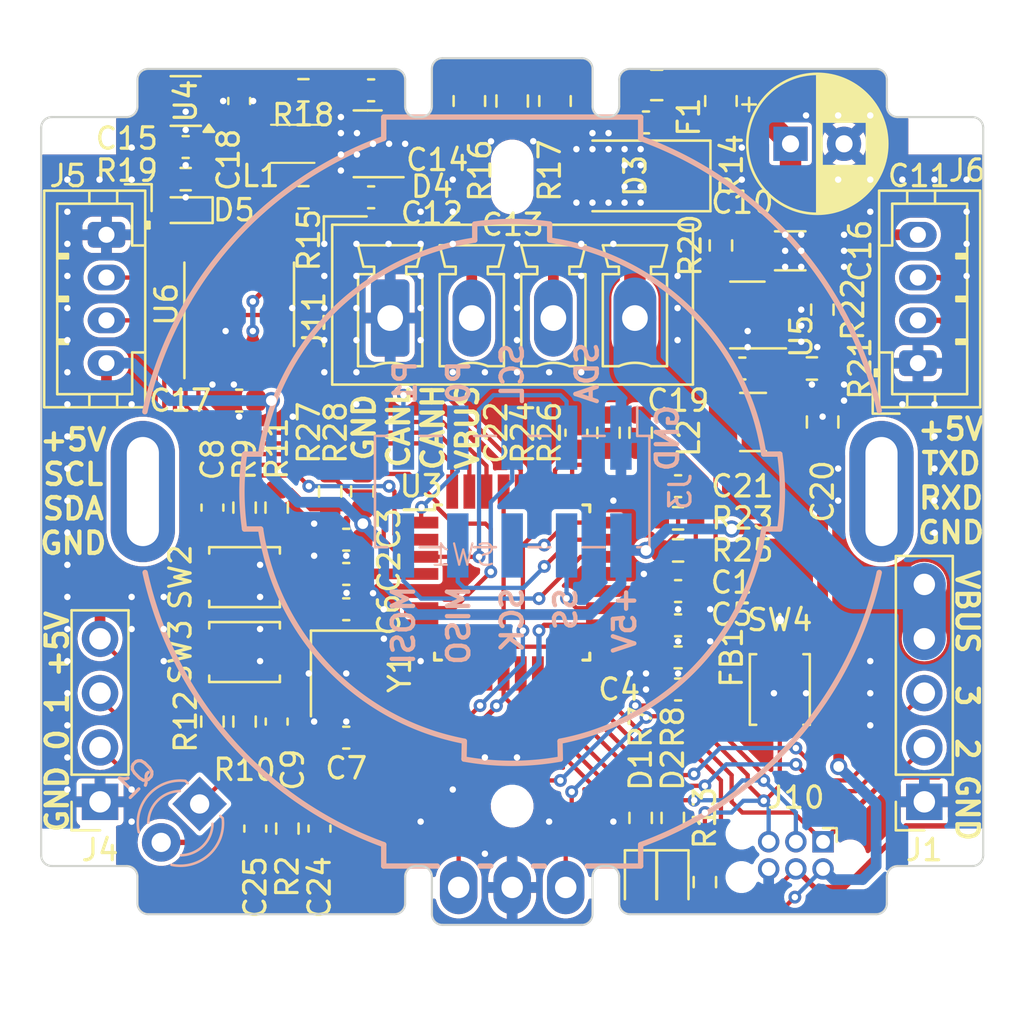
<source format=kicad_pcb>
(kicad_pcb (version 20240108) (generator "pcbnew") (generator_version "8.0")
  (layers (0 "F.Cu" signal) (31 "B.Cu" signal) (34 "B.Paste" user) (35 "F.Paste" user) (36 "B.SilkS" user "B.Silkscreen") (37 "F.SilkS" user "F.Silkscreen") (38 "B.Mask" user) (39 "F.Mask" user) (44 "Edge.Cuts" user))
  (net 0 "")
  (net 1 "GND")
  (net 2 "+24V")
  (net 3 "+5V")
  (net 4 "/MCU/AREF")
  (net 5 "+5VA")
  (net 6 "/MCU/XTAL1")
  (net 7 "/MCU/XTAL2")
  (net 8 "/MCU/BT_0")
  (net 9 "/MCU/BT_1")
  (net 10 "/input, power, bus/CAN_{SPLIT}")
  (net 11 "/input, power, bus/TX_{DL}")
  (net 12 "/input, power, bus/BST")
  (net 13 "/input, power, bus/SW")
  (net 14 "Net-(D1-K)")
  (net 15 "Net-(D2-K)")
  (net 16 "Net-(L1-Pad1)")
  (net 17 "Net-(L1-Pad4)")
  (net 18 "/MCU/LD_1")
  (net 19 "Net-(R11-Pad2)")
  (net 20 "Net-(R10-Pad2)")
  (net 21 "/input, power, bus/EN")
  (net 22 "/input, power, bus/FB")
  (net 23 "/MCU/RXD")
  (net 24 "/MCU/TXD")
  (net 25 "/MCU/CD")
  (net 26 "VBUS")
  (net 27 "Net-(F1-Pad2)")
  (net 28 "/MCU/_ENC_B")
  (net 29 "/MCU/_ENC_A")
  (net 30 "/MOSI")
  (net 31 "/MISO")
  (net 32 "/SCK")
  (net 33 "/SS")
  (net 34 "/TX1")
  (net 35 "/RX1")
  (net 36 "/MCU/ISP_SCK")
  (net 37 "/MCU/~{ISP_RST}")
  (net 38 "/ENC_B")
  (net 39 "/ENC_A")
  (net 40 "/OUT3")
  (net 41 "/OUT2")
  (net 42 "/OUT0")
  (net 43 "/OUT1")
  (net 44 "/input, power, bus/CAN-")
  (net 45 "/input, power, bus/CAN+")
  (net 46 "/input, power, bus/CAN_P")
  (net 47 "/input, power, bus/CAN_N")
  (net 48 "/LS")
  (net 49 "/P0")
  (net 50 "/P1")
  (net 51 "/SDA")
  (net 52 "/SCL")
  (footprint "Resistor_SMD:R_0603_1608Metric" (layer "F.Cu") (at 155 119.25 90)
    (property "Reference" "R7")
    (property "Value" "R")
  )
  (footprint "Resistor_SMD:R_0603_1608Metric" (layer "F.Cu") (at 136.5 114.75 90)
    (property "Reference" "R10")
    (property "Value" "R")
  )
  (footprint "Capacitor_SMD:C_0603_1608Metric" (layer "F.Cu") (at 136.25 85.75 90)
    (property "Reference" "C18")
    (property "Value" "100n")
  )
  (footprint "Capacitor_SMD:C_0603_1608Metric" (layer "F.Cu") (at 141.25 115.5 180)
    (property "Reference" "C7")
    (property "Value" "20p")
  )
  (footprint "Capacitor_SMD:C_0603_1608Metric" (layer "F.Cu") (at 141.25 109.5)
    (property "Reference" "C6")
    (property "Value" "20p")
  )
  (footprint "Resistor_SMD:R_0603_1608Metric" (layer "F.Cu") (at 136.5 104.75 -90)
    (property "Reference" "R9")
    (property "Value" "R")
  )
  (footprint "Capacitor_SMD:C_0603_1608Metric" (layer "F.Cu") (at 135 104.75 -90)
    (property "Reference" "C8")
    (property "Value" "C")
  )
  (footprint "Capacitor_SMD:C_0603_1608Metric" (layer "F.Cu") (at 141.25 106.25)
    (property "Reference" "C3")
    (property "Value" "1u")
  )
  (footprint "Package_QFP:TQFP-32_7x7mm_P0.8mm" (layer "F.Cu") (at 149 108.25)
    (property "Reference" "U3")
    (property "Value" "ATmega328PB-A")
  )
  (footprint "Capacitor_SMD:C_0603_1608Metric" (layer "F.Cu") (at 138 114.75 90)
    (property "Reference" "C9")
    (property "Value" "C")
  )
  (footprint "Diode_SMD:D_SOD-523" (layer "F.Cu") (at 133.75 90.85 180)
    (property "Reference" "D5")
    (property "Value" "DNP")
  )
  (footprint "Diode_SMD:D_SMA" (layer "F.Cu") (at 154.75 89.25 180)
    (property "Reference" "D3")
    (property "Value" "D_Zener")
  )
  (footprint "Resistor_SMD:R_0603_1608Metric" (layer "F.Cu") (at 135 114.75 90)
    (property "Reference" "R12")
    (property "Value" "R")
  )
  (footprint "Connector_PinSocket_2.54mm:PinSocket_1x04_P2.54mm_Vertical" (layer "F.Cu") (at 129.75 118.5 180)
    (property "Reference" "J4")
    (property "Value" "Conn_01x04")
  )
  (footprint "Capacitor_SMD:C_0603_1608Metric" (layer "F.Cu") (at 159.75 98.25 180)
    (property "Reference" "C19")
    (property "Value" "100n")
  )
  (footprint "Resistor_SMD:R_0603_1608Metric" (layer "F.Cu") (at 163 98.25)
    (property "Reference" "R21")
    (property "Value" "43k")
  )
  (footprint "Fuse:Fuse_0805_2012Metric_Pad1.15x1.40mm_HandSolder" (layer "F.Cu") (at 155.75 85)
    (property "Reference" "F1")
    (property "Value" "Fuse")
  )
  (footprint "Capacitor_SMD:C_0603_1608Metric" (layer "F.Cu") (at 141.25 107.85)
    (property "Reference" "C2")
    (property "Value" "100n")
  )
  (footprint "Capacitor_SMD:C_0603_1608Metric" (layer "F.Cu") (at 136.25 99.75 180)
    (property "Reference" "C17")
    (property "Value" "C")
  )
  (footprint "Resistor_SMD:R_0603_1608Metric" (layer "F.Cu") (at 156.5 119.25 90)
    (property "Reference" "R8")
    (property "Value" "R")
  )
  (footprint "Capacitor_SMD:C_1206_3216Metric" (layer "F.Cu") (at 161.987501 92.75 180)
    (property "Reference" "C16")
    (property "Value" "10u")
  )
  (footprint "Capacitor_SMD:C_0603_1608Metric" (layer "F.Cu") (at 142.4125 90.25)
    (property "Reference" "C12")
    (property "Value" "C")
  )
  (footprint "Resistor_SMD:R_0603_1608Metric" (layer "F.Cu") (at 163.4875 95.5 -90)
    (property "Reference" "R22")
    (property "Value" "8k2")
  )
  (footprint "Resistor_SMD:R_0603_1608Metric" (layer "F.Cu") (at 133.75 89.4)
    (property "Reference" "R19")
    (property "Value" "0")
  )
  (footprint "project_lib:Tag-Connect_TC2030-IDC-NL_2x03_P1.27mm_Vertical" (layer "F.Cu") (at 162.25 121 180)
    (property "Reference" "J10")
    (property "Value" "AVR-ISP-6")
  )
  (footprint "Crystal:Crystal_SMD_3225-4Pin_3.2x2.5mm" (layer "F.Cu") (at 141.25 112.5 -90)
    (property "Reference" "Y1")
    (property "Value" "Crystal_GND24")
  )
  (footprint "Resistor_SMD:R_0603_1608Metric" (layer "F.Cu") (at 138 104.75 -90)
    (property "Reference" "R11")
    (property "Value" "R")
  )
  (footprint "Inductor_SMD:L_CommonModeChoke_Coilcraft_0805USB" (layer "F.Cu") (at 138.75 87.75 -90)
    (property "Reference" "L1")
    (property "Value" "L_Ferrite_Coupled")
  )
  (footprint "Resistor_SMD:R_0805_2012Metric_Pad1.20x1.40mm_HandSolder" (layer "F.Cu") (at 147 85.75 90)
    (property "Reference" "R16")
    (property "Value" "R")
  )
  (footprint "Capacitor_SMD:C_0603_1608Metric" (layer "F.Cu") (at 142.4125 85.25)
    (property "Reference" "C14")
    (property "Value" "C")
  )
  (footprint "Capacitor_SMD:C_0805_2012Metric" (layer "F.Cu") (at 163.5 100.75 -90)
    (property "Reference" "C20")
    (property "Value" "22u")
  )
  (footprint "Capacitor_SMD:C_0603_1608Metric" (layer "F.Cu") (at 156.75 110.25)
    (property "Reference" "C5")
    (property "Value" "100n")
  )
  (footprint "Resistor_SMD:R_0603_1608Metric" (layer "F.Cu") (at 139.25 85.25 180)
    (property "Reference" "R18")
    (property "Value" "R")
  )
  (footprint "Capacitor_SMD:C_0603_1608Metric" (layer "F.Cu") (at 140 119.75 90)
    (property "Reference" "C24")
    (property "Value" "C")
  )
  (footprint "LED_SMD:LED_0603_1608Metric" (layer "F.Cu") (at 155 122.25 -90)
    (property "Reference" "D1")
    (property "Value" "LED")
  )
  (footprint "Capacitor_SMD:C_0603_1608Metric" (layer "F.Cu") (at 155.25 86.75 180)
    (property "Reference" "C10")
    (property "Value" "C")
  )
  (footprint "Capacitor_SMD:C_0603_1608Metric" (layer "F.Cu") (at 137 119.75 90)
    (property "Reference" "C25")
    (property "Value" "C")
  )
  (footprint "Capacitor_THT:CP_Radial_D6.3mm_P2.50mm" (layer "F.Cu") (at 162 87.75)
    (property "Reference" "C11")
    (property "Value" "C_Polarized")
  )
  (footprint "Resistor_SMD:R_0603_1608Metric" (layer "F.Cu") (at 142 104 90)
    (property "Reference" "R28")
    (property "Value" "R")
  )
  (footprint "Resistor_SMD:R_0603_1608Metric" (layer "F.Cu") (at 139.25 90.25 180)
    (property "Reference" "R15")
    (property "Value" "R")
  )
  (footprint "Package_TO_SOT_SMD:SOT-23" (layer "F.Cu") (at 142.25 87.75 180)
    (property "Reference" "D4")
    (property "Value" "SM712_SOT23")
  )
  (footprint "Inductor_SMD:L_0603_1608Metric" (layer "F.Cu") (at 156.75 111.75 180)
    (property "Reference" "FB1")
    (property "Value" "FerriteBead")
  )
  (footprint "Resistor_SMD:R_0603_1608Metric" (layer "F.Cu") (at 156.75 105.25)
    (property "Reference" "R23")
    (property "Value" "R")
  )
  (footprint "Capacitor_SMD:C_0603_1608Metric" (layer "F.Cu") (at 156.75 113.249999 180)
    (property "Reference" "C4")
    (property "Value" "100n")
  )
  (footprint "Capacitor_SMD:C_0603_1608Metric" (layer "F.Cu") (at 152 101.25 90)
    (property "Reference" "C22")
    (property "Value" "C")
  )
  (footprint "Resistor_SMD:R_0603_1608Metric" (layer "F.Cu") (at 156.75 106.75)
    (property "Reference" "R25")
    (property "Value" "R")
  )
  (footprint "Capacitor_SMD:C_0603_1608Metric" (layer "F.Cu") (at 133.75 87.9)
    (property "Reference" "C15")
    (property "Value" "C")
  )
  (footprint "LED_SMD:LED_0603_1608Metric" (layer "F.Cu") (at 156.5 122.25 -90)
    (property "Reference" "D2")
    (property "Value" "LED")
  )
  (footprint "Resistor_SMD:R_0805_2012Metric_Pad1.20x1.40mm_HandSolder" (layer "F.Cu") (at 151 85.75 -90)
    (property "Reference" "R17")
    (property "Value" "R")
  )
  (footprint "Connector_JST:JST_PH_B4B-PH-K_1x04_P2.00mm_Vertical" (layer "F.Cu") (at 130.05 92 -90)
    (property "Reference" "J5")
    (property "Value" "Conn_01x04")
  )
  (footprint "Package_SO:SOIC-8_3.9x4.9mm_P1.27mm" (layer "F.Cu") (at 136.25 95.25 90)
    (property "Reference" "U6")
    (property "Value" "TJA1051T-3")
  )
  (footprint "Connector_JST:JST_PH_B4B-PH-K_1x04_P2.00mm_Vertical" (layer "F.Cu") (at 167.95 98 90)
    (property "Reference" "J6")
    (property "Value" "Conn_01x04")
  )
  (footprint "Resistor_SMD:R_0603_1608Metric" (layer "F.Cu") (at 140.5 104 90)
    (property "Reference" "R27")
    (property "Value" "R")
  )
  (footprint "Package_TO_SOT_SMD:SOT-363_SC-70-6" (layer "F.Cu") (at 133.75 85.75 180)
    (property "Reference" "U4")
    (property "Value" "74LVC1G57")
  )
  (footprint "Connector_PinSocket_2.54mm:PinSocket_1x05_P2.54mm_Vertical" (layer "F.Cu") (at 168.25 118.5 180)
    (property "Reference" "J1")
    (property "Value" "Conn_01x05")
  )
  (footprint "Package_TO_SOT_SMD:SOT-23-6" (layer "F.Cu") (at 159.9875 95.750001 180)
    (property "Reference" "U5")
    (property "Value" "TD1465")
  )
  (footprint "Button_Switch_SMD:SW_SPST_B3U-1000P" (layer "F.Cu") (at 161.5 113.25 90)
    (property "Reference" "SW4")
    (property "Value" "SW_Push")
  )
  (footprint "Resistor_SMD:R_0603_1608Metric" (layer "F.Cu") (at 158.75 92.5 90)
    (property "Reference" "R20")
    (property "Value" "1M")
  )
  (footprint "Resistor_SMD:R_0603_1608Metric" (layer "F.Cu") (at 153.5 101.25 90)
    (property "Reference" "R24")
    (property "Value" "R")
  )
  (footprint "Capacitor_SMD:C_0805_2012Metric_Pad1.18x1.45mm_HandSolder" (layer "F.Cu") (at 149 85.75 -90)
    (property "Reference" "C13")
    (property "Value" "C")
  )
  (footprint "Capacitor_SMD:C_0603_1608Metric" (layer "F.Cu") (at 156.75 108.65)
    (property "Reference" "C1")
    (property "Value" "100n")
  )
  (footprint "Resistor_SMD:R_0603_1608Metric" (layer "F.Cu") (at 158 122.25 90)
    (property "Reference" "R13")
    (property "Value" "R")
  )
  (footprint "Resistor_SMD:R_0805_2012Metric" (layer "F.Cu") (at 158.75 85.75 -90)
    (property "Reference" "R14")
    (property "Value" "R")
  )
  (footprint "Button_Switch_SMD:SW_SPST_B3U-1000P" (layer "F.Cu") (at 136.5 108 180)
    (property "Reference" "SW2")
    (property "Value" "SW_Push")
  )
  (footprint "Connector_Phoenix_MC:PhoenixContact_MCV_1,5_4-G-3.81_1x04_P3.81mm_Vertical" (layer "F.Cu") (at 143.3025 95.8925)
    (property "Reference" "J11")
    (property "Value" "Screw_Terminal_01x04")
  )
  (footprint "Button_Switch_SMD:SW_SPST_B3U-1000P" (layer "F.Cu") (at 136.5 111.5)
    (property "Reference" "SW3")
    (property "Value" "SW_Push")
  )
  (footprint "Resistor_SMD:R_0603_1608Metric" (layer "F.Cu") (at 138.5 119.75 90)
    (property "Reference" "R2")
    (property "Value" "R")
  )
  (footprint "Resistor_SMD:R_0603_1608Metric" (layer "F.Cu") (at 155 101.25 90)
    (property "Reference" "R26")
    (property "Value" "R")
  )
  (footprint "Inductor_SMD:L_1210_3225Metric" (layer "F.Cu") (at 160.25 100.75)
    (property "Reference" "L2")
    (property "Value" "22u")
  )
  (footprint "Capacitor_SMD:C_0603_1608Metric" (layer "F.Cu") (at 156.75 103.75)
    (property "Reference" "C21")
    (property "Value" "C")
  )
  (footprint "Connector_PinSocket_2.54mm:PinSocket_2x05_P2.54mm_Vertical_SMD" (layer "B.Cu") (at 149 104 90)
    (property "Reference" "J3")
    (property "Value" "Conn_02x05_Odd_Even")
  )
  (footprint "LED_THT:LED_D3.0mm_FlatTop" (layer "B.Cu") (at 134.401561 118.598439 -135)
    (property "Reference" "Q1")
    (property "Value" "ALS-PDIC144-6C/L378")
  )
  (footprint "project_lib:EC35A0930401" (layer "B.Cu") (at 149 104 180)
    (property "Reference" "SW1")
    (property "Value" "RotaryEncoder")
  )
  (gr_line (start 153.25 121.499999) (end 153.500002 121.5) (stroke (width 0.1)) (layer "Edge.Cuts"))
  (gr_line (start 153.500001 86.500001) (end 153.249999 86.500001) (stroke (width 0.1)) (layer "Edge.Cuts"))
  (gr_arc (start 166.499999 121.999999) (mid 166.646446 121.646446) (end 166.999999 121.499999) (stroke (width 0.1)) (layer "Edge.Cuts"))
  (gr_arc (start 166.500001 123.25) (mid 166.353554 123.603553) (end 166.000001 123.75) (stroke (width 0.1)) (layer "Edge.Cuts"))
  (gr_line (start 154.000001 86.000001) (end 153.999999 84.75) (stroke (width 0.1)) (layer "Edge.Cuts"))
  (gr_line (start 166.499999 121.999999) (end 166.500001 123.25) (stroke (width 0.1)) (layer "Edge.Cuts"))
  (gr_arc (start 153.249999 86.500001) (mid 152.896446 86.353554) (end 152.749999 86.000001) (stroke (width 0.1)) (layer "Edge.Cuts"))
  (gr_arc (start 154.499999 123.75) (mid 154.146446 123.603553) (end 153.999999 123.25) (stroke (width 0.1)) (layer "Edge.Cuts"))
  (gr_line (start 166.000001 84.25) (end 154.499999 84.25) (stroke (width 0.1)) (layer "Edge.Cuts"))
  (gr_arc (start 166.000001 84.25) (mid 166.353554 84.396447) (end 166.500001 84.75) (stroke (width 0.1)) (layer "Edge.Cuts"))
  (gr_arc (start 171 121.000003) (mid 170.853552 121.353554) (end 170.5 121.500003) (stroke (width 0.1)) (layer "Edge.Cuts"))
  (gr_line (start 152.749999 121.999999) (end 152.750002 123.750001) (stroke (width 0.1)) (layer "Edge.Cuts"))
  (gr_line (start 145.25 123.750001) (end 145.250002 121.999999) (stroke (width 0.1)) (layer "Edge.Cuts"))
  (gr_line (start 152.750001 84.249999) (end 152.749999 86.000001) (stroke (width 0.1)) (layer "Edge.Cuts"))
  (gr_line (start 131.500001 86.000001) (end 131.499999 84.749999) (stroke (width 0.1)) (layer "Edge.Cuts"))
  (gr_arc (start 144.750002 121.499999) (mid 145.103554 121.646446) (end 145.250002 121.999999) (stroke (width 0.1)) (layer "Edge.Cuts"))
  (gr_arc (start 144.499999 86.500001) (mid 144.146446 86.353554) (end 143.999999 86.000001) (stroke (width 0.1)) (layer "Edge.Cuts"))
  (gr_line (start 144.5 121.499999) (end 144.750002 121.499999) (stroke (width 0.1)) (layer "Edge.Cuts"))
  (gr_arc (start 153.500001 121.499999) (mid 153.853554 121.646446) (end 154.000001 121.999999) (stroke (width 0.1)) (layer "Edge.Cuts"))
  (gr_arc (start 153.999999 84.75) (mid 154.146446 84.396447) (end 154.499999 84.25) (stroke (width 0.1)) (layer "Edge.Cuts"))
  (gr_arc (start 152.750002 123.750001) (mid 152.603555 124.103554) (end 152.250002 124.250001) (stroke (width 0.1)) (layer "Edge.Cuts"))
  (gr_line (start 145.749999 124.25) (end 152.250002 124.250001) (stroke (width 0.1)) (layer "Edge.Cuts"))
  (gr_line (start 127 87) (end 127 121.000002) (stroke (width 0.1)) (layer "Edge.Cuts"))
  (gr_arc (start 131.500001 86.000001) (mid 131.353554 86.353554) (end 131.000001 86.500001) (stroke (width 0.1)) (layer "Edge.Cuts"))
  (gr_line (start 131.500001 121.999999) (end 131.499998 123.25) (stroke (width 0.1)) (layer "Edge.Cuts"))
  (gr_line (start 145.250001 86.000001) (end 145.249999 84.249999) (stroke (width 0.1)) (layer "Edge.Cuts"))
  (gr_line (start 154.000001 121.999999) (end 153.999999 123.25) (stroke (width 0.1)) (layer "Edge.Cuts"))
  (gr_line (start 166.000001 123.75) (end 154.499999 123.75) (stroke (width 0.1)) (layer "Edge.Cuts"))
  (gr_line (start 143.999999 86.000001) (end 144.000001 84.749999) (stroke (width 0.1)) (layer "Edge.Cuts"))
  (gr_line (start 132 84.25) (end 143.5 84.25) (stroke (width 0.1)) (layer "Edge.Cuts"))
  (gr_line (start 171 87.000001) (end 171 121.000003) (stroke (width 0.1)) (layer "Edge.Cuts"))
  (gr_arc (start 145.249999 84.249999) (mid 145.396446 83.896446) (end 145.749999 83.749999) (stroke (width 0.1)) (layer "Edge.Cuts"))
  (gr_arc (start 170.5 86.5) (mid 170.853553 86.646447) (end 171 87) (stroke (width 0.1)) (layer "Edge.Cuts"))
  (gr_line (start 166.999999 121.499999) (end 170.5 121.500003) (stroke (width 0.1)) (layer "Edge.Cuts"))
  (gr_line (start 127.5 86.5) (end 131.000001 86.500001) (stroke (width 0.1)) (layer "Edge.Cuts"))
  (gr_arc (start 154.000001 86.000001) (mid 153.853554 86.353554) (end 153.500001 86.500001) (stroke (width 0.1)) (layer "Edge.Cuts"))
  (gr_arc (start 144 123.25) (mid 143.853553 123.603553) (end 143.5 123.75) (stroke (width 0.1)) (layer "Edge.Cuts"))
  (gr_line (start 144.750001 86.500001) (end 144.499999 86.500001) (stroke (width 0.1)) (layer "Edge.Cuts"))
  (gr_arc (start 131.499999 84.749999) (mid 131.646446 84.396446) (end 131.999999 84.249999) (stroke (width 0.1)) (layer "Edge.Cuts"))
  (gr_arc (start 145.250001 86.000001) (mid 145.103554 86.353554) (end 144.750001 86.500001) (stroke (width 0.1)) (layer "Edge.Cuts"))
  (gr_arc (start 145.75 124.250001) (mid 145.396447 124.103554) (end 145.25 123.750001) (stroke (width 0.1)) (layer "Edge.Cuts"))
  (gr_arc (start 127 87) (mid 127.146447 86.646447) (end 127.5 86.5) (stroke (width 0.1)) (layer "Edge.Cuts"))
  (gr_arc (start 131.000001 121.499999) (mid 131.353554 121.646446) (end 131.500001 121.999999) (stroke (width 0.1)) (layer "Edge.Cuts"))
  (gr_line (start 131.999998 123.75) (end 143.5 123.75) (stroke (width 0.1)) (layer "Edge.Cuts"))
  (gr_arc (start 127.5 121.500002) (mid 127.146446 121.353555) (end 127 121.000002) (stroke (width 0.1)) (layer "Edge.Cuts"))
  (gr_line (start 152.250002 83.75) (end 145.749999 83.749999) (stroke (width 0.1)) (layer "Edge.Cuts"))
  (gr_arc (start 152.250001 83.749999) (mid 152.603554 83.896446) (end 152.750001 84.249999) (stroke (width 0.1)) (layer "Edge.Cuts"))
  (gr_arc (start 166.999999 86.500001) (mid 166.646446 86.353554) (end 166.499999 86.000001) (stroke (width 0.1)) (layer "Edge.Cuts"))
  (gr_line (start 166.999999 86.500001) (end 170.5 86.5) (stroke (width 0.1)) (layer "Edge.Cuts"))
  (gr_arc (start 152.749999 121.999999) (mid 152.896446 121.646445) (end 153.25 121.499999) (stroke (width 0.1)) (layer "Edge.Cuts"))
  (gr_line (start 143.999999 121.999999) (end 144 123.25) (stroke (width 0.1)) (layer "Edge.Cuts"))
  (gr_line (start 131.000001 121.499999) (end 127.5 121.500002) (stroke (width 0.1)) (layer "Edge.Cuts"))
  (gr_arc (start 143.500001 84.249999) (mid 143.853554 84.396446) (end 144.000001 84.749999) (stroke (width 0.1)) (layer "Edge.Cuts"))
  (gr_arc (start 143.999999 121.999999) (mid 144.146446 121.646446) (end 144.499999 121.499999) (stroke (width 0.1)) (layer "Edge.Cuts"))
  (gr_arc (start 131.999998 123.75) (mid 131.646445 123.603553) (end 131.499998 123.25) (stroke (width 0.1)) (layer "Edge.Cuts"))
  (gr_line (start 166.499999 86.000001) (end 166.500001 84.75) (stroke (width 0.1)) (layer "Edge.Cuts"))
  (gr_text "GND" (at 156.25 101.5 90) (layer "B.SilkS") (effects (font (size 1 1) (thickness 0.2) (bold yes)) (justify mirror)))
  (gr_text "SCK" (at 149 110 90) (layer "B.SilkS") (effects (font (size 1 1) (thickness 0.2) (bold yes)) (justify mirror)))
  (gr_text "P0" (at 146.5 100 90) (layer "B.SilkS") (effects (font (size 1 1) (thickness 0.2) (bold yes)) (justify right mirror)))
  (gr_text "SS" (at 151.5 109.5 90) (layer "B.SilkS") (effects (font (size 1 1) (thickness 0.2) (bold yes)) (justify mirror)))
  (gr_text "SDA" (at 152.5 100 90) (layer "B.SilkS") (effects (font (size 1 1) (thickness 0.2) (bold yes)) (justify right mirror)))
  (gr_text "MISO" (at 146.5 110.25 90) (layer "B.SilkS") (effects (font (size 1 1) (thickness 0.2) (bold yes)) (justify mirror)))
  (gr_text "+5V" (at 154.25 110 90) (layer "B.SilkS") (effects (font (size 1 1) (thickness 0.2) (bold yes)) (justify mirror)))
  (gr_text "MOSI" (at 143.92 110.25 90) (layer "B.SilkS") (effects (font (size 1 1) (thickness 0.2) (bold yes)) (justify mirror)))
  (gr_text "SCL" (at 149 100 90) (layer "B.SilkS") (effects (font (size 1 1) (thickness 0.2) (bold yes)) (justify right mirror)))
  (gr_text "P1" (at 144 100 90) (layer "B.SilkS") (effects (font (size 1 1) (thickness 0.2) (bold yes)) (justify right mirror)))
  (gr_text "+5V\nSCL\nSDA\nGND" (at 128.5 104 0) (layer "F.SilkS") (effects (font (size 1 1) (thickness 0.2) (bold yes))))
  (gr_text "GND 0 1 +5V" (at 127.75 114.75 90) (layer "F.SilkS") (effects (font (size 1 1) (thickness 0.2) (bold yes))))
  (gr_text "VBUS  3  2 GND" (at 170.25 114 270) (layer "F.SilkS") (effects (font (size 1 1) (thickness 0.2) (bold yes))))
  (gr_text "GND\nCANL\nCANH\nVBUS" (at 144.5 101 90) (layer "F.SilkS") (effects (font (size 1 1) (thickness 0.2))))
  (gr_text "+5V\nTXD\nRXD\nGND" (at 169.5 103.5 0) (layer "F.SilkS") (effects (font (size 1 1) (thickness 0.2) (bold yes))))
  (segment (start 143.5 108.65) (end 142.875 108.65) (width 0.2) (layer "F.Cu") (net 1))
  (segment (start 140.475 107.85) (end 140.475 107.95) (width 0.2) (layer "F.Cu") (net 1))
  (segment (start 142.7625 108.7625) (end 142.025 109.5) (width 0.2) (layer "F.Cu") (net 1))
  (segment (start 141.2625 108.7375) (end 142.025 109.5) (width 0.2) (layer "F.Cu") (net 1))
  (segment (start 153.25 107.85) (end 155.15 107.85) (width 0.2) (layer "F.Cu") (net 1))
  (segment (start 140.475 107.95) (end 141.2625 108.7375) (width 0.2) (layer "F.Cu") (net 1))
  (segment (start 144.75 108.65) (end 143.5 108.65) (width 0.2) (layer "F.Cu") (net 1))
  (segment (start 140.475 106.25) (end 140.475 107.85) (width 0.2) (layer "F.Cu") (net 1))
  (segment (start 157.525 108.65) (end 157.525 110.25) (width 0.2) (layer "F.Cu") (net 1))
  (segment (start 135.35 85.1) (end 135.5 85.25) (width 0.2) (layer "F.Cu") (net 1))
  (segment (start 135.5 85.25) (end 135.5 85.75) (width 0.2) (layer "F.Cu") (net 1))
  (segment (start 134.7 85.1) (end 135.35 85.1) (width 0.2) (layer "F.Cu") (net 1))
  (segment (start 142.875 108.65) (end 142.7625 108.7625) (width 0.2) (layer "F.Cu") (net 1))
  (segment (start 134.75 85.75) (end 135.25 85.75) (width 0.2) (layer "F.Cu") (net 1))
  (via (at 141.75 88.25) (size 0.6) (drill 0.3) (layers "F.Cu" "B.Cu") (net 1))
  (via (at 154.5 112.5) (size 0.6) (drill 0.3) (layers "F.Cu" "B.Cu") (net 1))
  (via (at 141 87.25) (size 0.6) (drill 0.3) (layers "F.Cu" "B.Cu") (net 1))
  (via (at 147.725 116.425) (size 0.5) (drill 0.3) (layers "F.Cu" "B.Cu") (net 1))
  (via (at 153.5 90.5) (size 0.6) (drill 0.3) (layers "F.Cu" "B.Cu") (net 1))
  (via (at 155 88) (size 0.6) (drill 0.3) (layers "F.Cu" "B.Cu") (net 1))
  (via (at 141.2625 108.7375) (size 0.6) (drill 0.3) (layers "F.Cu" "B.Cu") (net 1))
  (via (at 162.5 96.25) (size 0.6) (drill 0.3) (layers "F.Cu" "B.Cu") (net 1))
  (via (at 168.725 105.925) (size 0.5) (drill 0.3) (layers "F.Cu" "B.Cu") (net 1))
  (via (at 136.25 100.5) (size 0.6) (drill 0.3) (layers "F.Cu" "B.Cu") (net 1))
  (via (at 164.5 99) (size 0.6) (drill 0.3) (layers "F.Cu" "B.Cu") (net 1))
  (via (at 165.725 113.425) (size 0.5) (drill 0.3) (layers "F.Cu" "B.Cu") (net 1))
  (via (at 149.225 116.425) (size 0.5) (drill 0.3) (layers "F.Cu" "B.Cu") (net 1))
  (via (at 131.225 119.425) (size 0.5) (drill 0.3) (layers "F.Cu" "B.Cu") (net 1))
  (via (at 128.225 93.925) (size 0.5) (drill 0.3) (layers "F.Cu" "B.Cu") (net 1))
  (via (at 168.725 102.925) (size 0.5) (drill 0.3) (layers "F.Cu" "B.Cu") (net 1))
  (via (at 162.5 97) (size 0.6) (drill 0.3) (layers "F.Cu" "B.Cu") (net 1))
  (via (at 128.225 98.425) (size 0.5) (drill 0.3) (layers "F.Cu" "B.Cu") (net 1))
  (via (at 128.225 99.925) (size 0.5) (drill 0.3) (layers "F.Cu" "B.Cu") (net 1))
  (via (at 170.225 92.425) (size 0.5) (drill 0.3) (layers "F.Cu" "B.Cu") (net 1))
  (via (at 146.225 92.425) (size 0.5) (drill 0.3) (layers "F.Cu" "B.Cu") (net 1))
  (via (at 162.5 92) (size 0.6) (drill 0.3) (layers "F.Cu" "B.Cu") (net 1))
  (via (at 141 89) (size 0.6) (drill 0.3) (layers "F.Cu" "B.Cu") (net 1))
  (via (at 141.25 114.75) (size 0.6) (drill 0.3) (layers "F.Cu" "B.Cu") (net 1))
  (via (at 143.225 92.425) (size 0.5) (drill 0.3) (layers "F.Cu" "B.Cu") (net 1))
  (via (at 146.225 98.425) (size 0.5) (drill 0.3) (layers "F.Cu" "B.Cu") (net 1))
  (via (at 149.225 95.425) (size 0.5) (drill 0.3) (layers "F.Cu" "B.Cu") (net 1))
  (via (at 163 99) (size 0.6) (drill 0.3) (layers "F.Cu" "B.Cu") (net 1))
  (via (at 139.75 114.75) (size 0.6) (drill 0.3) (layers "F.Cu" "B.Cu") (net 1))
  (via (at 141.725 98.425) (size 0.5) (drill 0.3) (layers "F.Cu" "B.Cu") (net 1))
  (via (at 139.75 107) (size 0.6) (drill 0.3) (layers "F.Cu" "B.Cu") (net 1))
  (via (at 153.5 87.25) (size 0.6) (drill 0.3) (layers "F.Cu" "B.Cu") (net 1))
  (via (at 159.725 87.925) (size 0.5) (drill 0.3) (layers "F.Cu" "B.Cu") (net 1))
  (via (at 158.25 109.5) (size 0.6) (drill 0.3) (layers "F.Cu" "B.Cu") (net 1))
  (via (at 128.225 105.925) (size 0.5) (drill 0.3) (layers "F.Cu" "B.Cu") (net 1))
  (via (at 156.725 93.925) (size 0.5) (drill 0.3) (layers "F.Cu" "B.Cu") (net 1))
  (via (at 128.225 90.925) (size 0.5) (drill 0.3) (layers "F.Cu" "B.Cu") (net 1))
  (via (at 140.225 92.425) (size 0.5) (drill 0.3) (layers "F.Cu" "B.Cu") (net 1))
  (via (at 137.225 107.425) (size 0.5) (drill 0.3) (layers "F.Cu" "B.Cu") (net 1))
  (via (at 144.725 90.925) (size 0.5) (drill 0.3) (layers "F.Cu" "B.Cu") (net 1))
  (via (at 164.225 102.925) (size 0.5) (drill 0.3) (layers "F.Cu" "B.Cu") (net 1))
  (via (at 143 109.5) (size 0.6) (drill 0.3) (layers "F.Cu" "B.Cu") (net 1))
  (via (at 162.5 93.5) (size 0.6) (drill 0.3) (layers "F.Cu" "B.Cu") (net 1))
  (via (at 168.725 101.425) (size 0.5) (drill 0.3) (layers "F.Cu" "B.Cu") (net 1))
  (via (at 156.725 95.425) (size 0.5) (drill 0.3) (layers "F.Cu" "B.Cu") (net 1))
  (via (at 168.725 89.425) (size 0.5) (drill 0.3) (layers "F.Cu" "B.Cu") (net 1))
  (via (at 155.25 112.5) (size 0.6) (drill 0.3) (layers "F.Cu" "B.Cu") (net 1))
  (via (at 138.725 95.425) (size 0.5) (drill 0.3) (layers "F.Cu" "B.Cu") (net 1))
  (via (at 161.225 113.425) (size 0.5) (drill 0.3) (layers "F.Cu" "B.Cu") (net 1))
  (via (at 155.15 107.85) (size 0.6) (drill 0.3) (layers "F.Cu" "B.Cu") (net 1))
  (via (at 128.225 95.425) (size 0.5) (drill 0.3) (layers "F.Cu" "B.Cu") (net 1))
  (via (at 155 89.75) (size 0.6) (drill 0.3) (layers "F.Cu" "B.Cu") (net 1))
  (via (at 165.725 114.925) (size 0.5) (drill 0.3) (layers "F.Cu" "B.Cu") (net 1))
  (via (at 156.75 112.5) (size 0.6) (drill 0.3) (layers "F.Cu" "B.Cu") (net 1))
  (via (at 165.725 90.925) (size 0.5) (drill 0.3) (layers "F.Cu" "B.Cu") (net 1))
  (via (at 137.225 108.925) (size 0.5) (drill 0.3) (layers "F.Cu" "B.Cu") (net 1))
  (via (at 143.00711 110.877996) (size 0.6) (drill 0.3) (layers "F.Cu" "B.Cu") (net 1))
  (via (at 140.225 95.425) (size 0.5) (drill 0.3) (layers "F.Cu" "B.Cu") (net 1))
  (via (at 147.725 120.925) (size 0.5) (drill 0.3) (layers "F.Cu" "B.Cu") (net 1))
  (via (at 164.5 92) (size 0.6) (drill 0.3) (layers "F.Cu" "B.Cu") (net 1))
  (via (at 148.010719 87.633691) (size 0.6) (drill 0.3) (layers "F.Cu" "B.Cu") (net 1))
  (via (at 144.725 96.925) (size 0.5) (drill 0.3) (layers "F.Cu" "B.Cu") (net 1))
  (via (at 132.725 111.925) (size 0.5) (drill 0.3) (layers "F.Cu" "B.Cu") (net 1))
  (via (at 128.225 102.925) (size 0.5) (drill 0.3) (layers "F.Cu" "B.Cu") (net 1))
  (via (at 141 86.5) (size 0.6) (drill 0.3) (layers "F.Cu" "B.Cu") (net 1))
  (via (at 162.5 95.5) (size 0.6) (drill 0.3) (layers "F.Cu" "B.Cu") (net 1))
  (via (at 128.225 104.425) (size 0.5) (drill 0.3) (layers "F.Cu" "B.Cu") (net 1))
  (via (at 132.725 108.925) (size 0.5) (drill 0.3) (layers "F.Cu" "B.Cu") (net 1))
  (via (at 131.225 99.925) (size 0.5) (drill 0.3) (layers "F.Cu" "B.Cu") (net 1))
  (via (at 128.225 110.425) (size 0.5) (drill 0.3) (layers "F.Cu" "B.Cu") (net 1))
  (via (at 170.225 90.925) (size 0.5) (drill 0.3) (layers "F.Cu" "B.Cu") (net 1))
  (via (at 158.25 111) (size 0.6) (drill 0.3) (layers "F.Cu" "B.Cu") (net 1))
  (via (at 135.5 85.75) (size 0.6) (drill 0.3) (layers "F.Cu" "B.Cu") (net 1))
  (via (at 135.615 96.5) (size 0.6) (drill 0.3) (layers "F.Cu" "B.Cu") (net 1))
  (via (at 141.725 99.925) (size 0.5) (drill 0.3) (layers "F.Cu" "B.Cu") (net 1))
  (via (at 136.9 85.75) (size 0.6) (drill 0.3) (layers "F.Cu" "B.Cu") (net 1))
  (via (at 156.725 96.925) (size 0.5) (drill 0.3) (layers "F.Cu" "B.Cu") (net 1))
  (via (at 131.225 108.925) (size 0.5) (drill 0.3) (layers "F.Cu" "B.Cu") (net 1))
  (via (at 153.5 88) (size 0.6) (drill 0.3) (layers "F.Cu" "B.Cu") (net 1))
  (via (at 146.225 89.425) (size 0.5) (drill 0.3) (layers "F.Cu" "B.Cu") (net 1))
  (via (at 149.225 98.425) (size 0.5) (drill 0.3) (layers "F.Cu" "B.Cu") (net 1))
  (via (at 149.225 92.425) (size 0.5) (drill 0.3) (layers "F.Cu" "B.Cu") (net 1))
  (via (at 152.75 90.5) (size 0.6) (drill 0.3) (layers "F.Cu" "B.Cu") (net 1))
  (via (at 149.983151 87.630168) (size 0.6) (drill 0.3) (layers "F.Cu" "B.Cu") (net 1))
  (via (at 156.75 109.5) (size 0.6) (drill 0.3) (layers "F.Cu" "B.Cu") (net 1))
  (via (at 139.5 112.5) (size 0.6) (drill 0.3) (layers "F.Cu" "B.Cu") (net 1))
  (via (at 164.225 104.425) (size 0.5) (drill 0.3) (layers "F.Cu" "B.Cu") (net 1))
  (via (at 135 99) (size 0.6) (drill 0.3) (layers "F.Cu" "B.Cu") (net 1))
  (via (at 128.225 108.925) (size 0.5) (drill 0.3) (layers "F.Cu" "B.Cu") (net 1))
  (via (at 152.75 88) (size 0.6) (drill 0.3) (layers "F.Cu" "B.Cu") (net 1))
  (via (at 168.725 104.425) (size 0.5) (drill 0.3) (layers "F.Cu" "B.Cu") (net 1))
  (via (at 141 88.25) (size 0.6) (drill 0.3) (layers "F.Cu" "B.Cu") (net 1))
  (via (at 149.225 96.925) (size 0.5) (drill 0.3) (layers "F.Cu" "B.Cu") (net 1))
  (via (at 141.725 92.425) (size 0.5) (drill 0.3) (layers "F.Cu" "B.Cu") (net 1))
  (via (at 170.225 89.425) (size 0.5) (drill 0.3) (layers "F.Cu" "B.Cu") (net 1))
  (via (at 163.5 100.5) (size 0.6) (drill 0.3) (layers "F.Cu" "B.Cu") (net 1))
  (via (at 156.75 111) (size 0.6) (drill 0.3) (layers "F.Cu" "B.Cu") (net 1))
  (via (at 140.225 96.925) (size 0.5) (drill 0.3) (layers "F.Cu" "B.Cu") (net 1))
  (via (at 128.225 117.925) (size 0.5) (drill 0.3) (layers "F.Cu" "B.Cu") (net 1))
  (via (at 131.225 87.925) (size 0.5) (drill 0.3) (layers "F.Cu" "B.Cu") (net 1))
  (via (at 140.225 93.925) (size 0.5) (drill 0.3) (layers "F.Cu" "B.Cu") (net 1))
  (via (at 132.725 110.425) (size 0.5) (drill 0.3) (layers "F.Cu" "B.Cu") (net 1))
  (via (at 164.5 99.75) (size 0.6) (drill 0.3) (layers "F.Cu" "B.Cu") (net 1))
  (via (at 147.725 98.425) (size 0.5) (drill 0.3) (layers "F.Cu" "B.Cu") (net 1))
  (via (at 144.725 92.425) (size 0.5) (drill 0.3) (layers "F.Cu" "B.Cu") (net 1))
  (via (at 128.225 111.925) (size 0.5) (drill 0.3) (layers "F.Cu" "B.Cu") (net 1))
  (via (at 128.225 89.425) (size 0.5) (drill 0.3) (layers "F.Cu" "B.Cu") (net 1))
  (via (at 138.75 100.5) (size 0.6) (drill 0.3) (layers "F.Cu" "B.Cu") (net 1))
  (via (at 128.225 92.425) (size 0.5) (drill 0.3) (layers "F.Cu" "B.Cu") (net 1))
  (via (at 161.75 92) (size 0.6) (drill 0.3) (layers "F.Cu" "B.Cu") (net 1))
  (via (at 141.75 87.25) (size 0.6) (drill 0.3) (layers "F.Cu" "B.Cu") (net 1))
  (via (at 131.225 117.925) (size 0.5) (drill 0.3) (layers "F.Cu" "B.Cu") (net 1))
  (via (at 139.75 105.5) (size 0.6) (drill 0.3) (layers "F.Cu" "B.Cu") (net 1))
  (via (at 152.225 92.425) (size 0.5) (drill 0.3) (layers "F.Cu" "B.Cu") (net 1))
  (via (at 131.225 89.425) (size 0.5) (drill 0.3) (layers "F.Cu" "B.Cu") (net 1))
  (via (at 152 88) (size 0.6) (drill 0.3) (layers "F.Cu" "B.Cu") (net 1))
  (via (at 165.725 86.425) (size 0.5) (drill 0.3) (layers "F.Cu" "B.Cu") (net 1))
  (via (at 133.75 90.25) (size 0.6) (drill 0.3) (layers "F.Cu" "B.Cu") (net 1))
  (via (at 162.725 113.425) (size 0.5) (drill 0.3) (layers "F.Cu" "B.Cu") (net 1))
  (via (at 137.225 111.925) (size 0.5) (drill 0.3) (layers "F.Cu" "B.Cu") (net 1))
  (via (at 159.725 89.425) (size 0.5) (drill 0.3) (layers "F.Cu" "B.Cu") (net 1))
  (via (at 168.725 99.925) (size 0.5) (drill 0.3) (layers "F.Cu" "B.Cu") (net 1))
  (via (at 155.25 113.25) (size 0.6) (drill 0.3) (layers "F.Cu" "B.Cu") (net 1))
  (via (at 128.225 114.925) (size 0.5) (drill 0.3) (layers "F.Cu" "B.Cu") (net 1))
  (via (at 133.75 86.25) (size 0.6) (drill 0.3) (layers "F.Cu" "B.Cu") (net 1))
  (via (at 155 90.5) (size 0.6) (drill 0.3) (layers "F.Cu" "B.Cu") (net 1))
  (via (at 128.225 107.425) (size 0.5) (drill 0.3) (layers "F.Cu" "B.Cu") (net 1))
  (via (at 141.25 107) (size 0.6) (drill 0.3) (layers "F.Cu" "B.Cu") (net 1))
  (via (at 152.225 98.425) (size 0.5) (drill 0.3) (layers "F.Cu" "B.Cu") (net 1))
  (via (at 136 99) (size 0.6) (drill 0.3) (layers "F.Cu" "B.Cu") (net 1))
  (via (at 128.225 116.425) (size 0.5) (drill 0.3) (layers "F.Cu" "B.Cu") (net 1))
  (via (at 164.5 92.75) (size 0.6) (drill 0.3) (layers "F.Cu" "B.Cu") (net 1))
  (via (at 152.75 87.25) (size 0.6) (drill 0.3) (layers "F.Cu" "B.Cu") (net 1))
  (via (at 150.725 119.425) (size 0.5) (drill 0.3) (layers "F.Cu" "B.Cu") (net 1))
  (via (at 167.225 89.425) (size 0.5) (drill 0.3) (layers "F.Cu" "B.Cu") (net 1))
  (via (at 144.725 111.925) (size 0.5) (drill 0.3) (layers "F.Cu" "B.Cu") (net 1))
  (via (at 150.725 98.425) (size 0.5) (drill 0.3) (layers "F.Cu" "B.Cu") (net 1))
  (via (at 164.225 89.425) (size 0.5) (drill 0.3) (layers "F.Cu" "B.Cu") (net 1))
  (via (at 144.725 119.425) (size 0.5) (drill 0.3) (layers "F.Cu" "B.Cu") (net 1))
  (via (at 149.225 93.925) (size 0.5) (drill 0.3) (layers "F.Cu" "B.Cu") (net 1))
  (via (at 133.75 88.75) (size 0.6) (drill 0.3) (layers "F.Cu" "B.Cu") (net 1))
  (via (at 160 97.25) (size 0.6) (drill 0.3) (layers "F.Cu" "B.Cu") (net 1))
  (via (at 153.725 104.425) (size 0.5) (drill 0.3) (layers "F.Cu" "B.Cu") (net 1))
  (via (at 128.225 96.925) (size 0.5) (drill 0.3) (layers "F.Cu" "B.Cu") (net 1))
  (via (at 141.725 96.925) (size 0.5) (drill 0.3) (layers "F.Cu" "B.Cu") (net 1))
  (via (at 128.225 113.425) (size 0.5) (drill 0.3) (layers "F.Cu" "B.Cu") (net 1))
  (via (at 164.5 93.5) (size 0.6) (drill 0.3) (layers "F.Cu" "B.Cu") (net 1))
  (via (at 144 87.75) (size 0.6) (drill 0.3) (layers "F.Cu" "B.Cu") (net 1))
  (via (at 144.725 93.925) (size 0.5) (drill 0.3) (layers "F.Cu" "B.Cu") (net 1))
  (via (at 143.25 87.75) (size 0.6) (drill 0.3) (layers "F.Cu" "B.Cu") (net 1))
  (via (at 146.225 90.925) (size 0.5) (drill 0.3) (layers "F.Cu" "B.Cu") (net 1))
  (via (at 162.5 92.75) (size 0.6) (drill 0.3) (layers "F.Cu" "B.Cu") (net 1))
  (via (at 133.75 87.1) (size 0.6) (drill 0.3) (layers "F.Cu" "B.Cu") (net 1))
  (via (at 140.225 98.425) (size 0.5) (drill 0.3) (layers "F.Cu" "B.Cu") (net 1))
  (via (at 146.225 117.925) (size 0.5) (drill 0.3) (layers "F.Cu" "B.Cu") (net 1))
  (via (at 154.25 90.5) (size 0.6) (drill 0.3) (layers "F.Cu" "B.Cu") (net 1))
  (via (at 154.25 89.75) (size 0.6) (drill 0.3) (layers "F.Cu" "B.Cu") (net 1))
  (via (at 170.225 93.925) (size 0.5) (drill 0.3) (layers "F.Cu" "B.Cu") (net 1))
  (via (at 164.225 86.425) (size 0.5) (drill 0.3) (layers "F.Cu" "B.Cu") (net 1))
  (via (at 165.725 111.925) (size 0.5) (drill 0.3) (layers "F.Cu" "B.Cu") (net 1))
  (via (at 137.225 110.425) (size 0.5) (drill 0.3) (layers "F.Cu" "B.Cu") (net 1))
  (via (at 163.25 97.25) (size 0.6) (drill 0.3) (layers "F.Cu" "B.Cu") (net 1))
  (via (at 165.725 89.425) (size 0.5) (drill 0.3) (layers "F.Cu" "B.Cu") (net 1))
  (via (at 154.25 88.75) (size 0.6) (drill 0.3) (layers "F.Cu" "B.Cu") (net 1))
  (via (at 155 88.75) (size 0.6) (drill 0.3) (layers "F.Cu" "B.Cu") (net 1))
  (via (at 141.25 112.5) (size 0.6) (drill 0.3) (layers "F.Cu" "B.Cu") (net 1))
  (via (at 131.225 110.425) (size 0.5) (drill 0.3) (layers "F.Cu" "B.Cu") (net 1))
  (via (at 142.5 87.75) (size 0.6) (drill 0.3) (layers "F.Cu" "B.Cu") (net 1))
  (via (at 167.225 99.925) (size 0.5) (drill 0.3) (layers "F.Cu" "B.Cu") (net 1))
  (via (at 129.725 89.425) (size 0.5) (drill 0.3) (layers "F.Cu" "B.Cu") (net 1))
  (via (at 144.725 95.425) (size 0.5) (drill 0.3) (layers "F.Cu" "B.Cu") (net 1))
  (via (at 142.5 108.75) (size 0.6) (drill 0.3) (layers "F.Cu" "B.Cu") (net 1))
  (via (at 141.725 95.425) (size 0.5) (drill 0.3) (layers "F.Cu" "B.Cu") (net 1))
  (via (at 160 96.5) (size 0.6) (drill 0.3) (layers "F.Cu" "B.Cu") (net 1))
  (via (at 161.5 110) (size 0.8) (drill 0.4) (layers "F.Cu" "B.Cu") (net 1))
  (via (at 153.725 119.425) (size 0.5) (drill 0.3) (layers "F.Cu" "B.Cu") (net 1))
  (via (at 161.75 93.5) (size 0.6) (drill 0.3) (layers "F.Cu" "B.Cu") (net 1))
  (via (at 153.725 92.425) (size 0.5) (drill 0.3) (layers "F.Cu" "B.Cu") (net 1))
  (via (at 154.25 88) (size 0.6) (drill 0.3) (layers "F.Cu" "B.Cu") (net 1))
  (via (at 162.725 86.425) (size 0.5) (drill 0.3) (layers "F.Cu" "B.Cu") (net 1))
  (via (at 152.225 93.925) (size 0.5) (drill 0.3) (layers "F.Cu" "B.Cu") (net 1))
  (via (at 128.225 101.425) (size 0.5) (drill 0.3) (layers "F.Cu" "B.Cu") (net 1))
  (via (at 141.725 93.925) (size 0.5) (drill 0.3) (layers "F.Cu" "B.Cu") (net 1))
  (via (at 152 90.5) (size 0.6) (drill 0.3) (layers "F.Cu" "B.Cu") (net 1))
  (via (at 161.75 92.75) (size 0.6) (drill 0.3) (layers "F.Cu" "B.Cu") (net 1))
  (segment (start 160.9125 86.6625) (end 162 87.75) (width 1) (layer "F.Cu") (net 2))
  (segment (start 158.75 86.6625) (end 160.9125 86.6625) (width 1) (layer "F.Cu") (net 2))
  (segment (start 159.637319 95.750001) (end 160 95.38732) (width 0.6) (layer "F.Cu") (net 2))
  (segment (start 160.512501 90.987499) (end 160.512501 92.75) (width 1) (layer "F.Cu") (net 2))
  (segment (start 162 87.75) (end 162 89.5) (width 1) (layer "F.Cu") (net 2))
  (segment (start 160.512501 93.899999) (end 160.512501 92.75) (width 0.6) (layer "F.Cu") (net 2))
  (segment (start 160 94.4125) (end 160.512501 93.899999) (width 0.6) (layer "F.Cu") (net 2))
  (segment (start 158.85 95.750001) (end 159.637319 95.750001) (width 0.6) (layer "F.Cu") (net 2))
  (segment (start 159.825 92.75) (end 160.512501 92.75) (width 0.2) (layer "F.Cu") (net 2))
  (segment (start 160 95.38732) (end 160 94.4125) (width 0.6) (layer "F.Cu") (net 2))
  (segment (start 158.75 91.675) (end 159.825 92.75) (width 0.2) (layer "F.Cu") (net 2))
  (segment (start 162 89.5) (end 160.512501 90.987499) (width 1) (layer "F.Cu") (net 2))
  (segment (start 165.5 93.25) (end 165.5 100) (width 0.5) (layer "F.Cu") (net 3))
  (segment (start 157.525 113.25) (end 157.525 111.7625) (width 0.5) (layer "F.Cu") (net 3))
  (segment (start 157.525 111.7625) (end 157.5375 111.75) (width 0.5) (layer "F.Cu") (net 3))
  (segment (start 155 102.075) (end 155.575 102.075) (width 0.2) (layer "F.Cu") (net 3))
  (segment (start 130.05 98.95) (end 129.25 99.75) (width 0.5) (layer "F.Cu") (net 3))
  (segment (start 140.5 104.825) (end 139.575 104.825) (width 0.2) (layer "F.Cu") (net 3))
  (segment (start 161.655 123.5) (end 162.2025 122.9525) (width 0.2) (layer "F.Cu") (net 3))
  (segment (start 156.75 105.925) (end 155.925 106.75) (width 0.2) (layer "F.Cu") (net 3))
  (segment (start 136.975 84.975) (end 138.75 86.75) (width 0.25) (layer "F.Cu") (net 3))
  (segment (start 163.5 101.7) (end 163.5 110) (width 0.5) (layer "F.Cu") (net 3))
  (segment (start 135 115.575) (end 134.445 115.575) (width 0.2) (layer "F.Cu") (net 3))
  (segment (start 137.5 89.75) (end 137.5 91) (width 0.25) (layer "F.Cu") (net 3))
  (segment (start 133.75 84.9375) (end 134.1875 84.5) (width 0.25) (layer "F.Cu") (net 3))
  (segment (start 158.375 107.625) (end 157.125 107.625) (width 0.5) (layer "F.Cu") (net 3))
  (segment (start 156.75 103.25) (end 156.75 105.925) (width 0.2) (layer "F.Cu") (net 3))
  (segment (start 137.75 99.75) (end 137.025 99.75) (width 0.5) (layer "F.Cu") (net 3))
  (segment (start 136.885 96.5) (end 136.885 98.885) (width 0.5) (layer "F.Cu") (net 3))
  (segment (start 134.1875 84.5) (end 135.775 84.5) (width 0.25) (layer "F.Cu") (net 3))
  (segment (start 136.885 98.885) (end 137.025 99.025) (width 0.5) (layer "F.Cu") (net 3))
  (segment (start 137.025 99.025) (end 137.025 99.75) (width 0.5) (layer "F.Cu") (net 3))
  (segment (start 155 123.0375) (end 158.540013 123.0375) (width 0.2) (layer "F.Cu") (net 3))
  (segment (start 138.75 88.5) (end 137.5 89.75) (width 0.25) (layer "F.Cu") (net 3))
  (segment (start 157.525 113.249999) (end 158.500001 113.249999) (width 0.5) (layer "F.Cu") (net 3))
  (segment (start 136.25 84.975) (end 136.975 84.975) (width 0.25) (layer "F.Cu") (net 3))
  (segment (start 158.540013 123.0375) (end 159.002513 123.5) (width 0.2) (layer "F.Cu") (net 3))
  (segment (start 133.75 85.25) (end 133.75 84.9375) (width 0.25) (layer "F.Cu") (net 3))
  (segment (start 138.675 103.925) (end 138 103.925) (width 0.2) (layer "F.Cu") (net 3))
  (segment (start 159.25 105.75) (end 163.5 105.75) (width 0.5) (layer "F.Cu") (net 3))
  (segment (start 163.5 110) (end 164.25 110.75) (width 0.5) (layer "F.Cu") (net 3))
  (segment (start 132.8 85.75) (end 133.25 85.75) (width 0.25) (layer "F.Cu") (net 3))
  (segment (start 159 112.75) (end 159 108.25) (width 0.5) (layer "F.Cu") (net 3))
  (segment (start 139.575 104.825) (end 138.675 103.925) (width 0.2) (layer "F.Cu") (net 3))
  (segment (start 134.445 115.575) (end 129.75 110.88) (width 0.2) (layer "F.Cu") (net 3))
  (segment (start 144.75 107.85) (end 142.025 107.85) (width 0.5) (layer "F.Cu") (net 3))
  (segment (start 157.125 107.625) (end 156.25 106.75) (width 0.5) (layer "F.Cu") (net 3))
  (segment (start 138.155 93.844999) (end 136.885 95.115) (width 0.25) (layer "F.Cu") (net 3))
  (segment (start 135.775 84.5) (end 136.25 84.975) (width 0.25) (layer "F.Cu") (net 3))
  (segment (start 155.575 102.075) (end 156.75 103.25) (width 0.2) (layer "F.Cu") (net 3))
  (segment (start 137.5 91) (end 138.155 91.655) (width 0.25) (layer "F.Cu") (net 3))
  (segment (start 138.75 86.75) (end 138.75 88.5) (width 0.25) (layer "F.Cu") (net 3))
  (segment (start 133.25 85.75) (end 133.75 85.25) (width 0.25) (layer "F.Cu") (net 3))
  (segment (start 166.75 92) (end 165.5 93.25) (width 0.5) (layer "F.Cu") (net 3))
  (segment (start 130.05 98) (end 130.05 98.95) (width 0.5) (layer "F.Cu") (net 3))
  (segment (start 159 108.25) (end 158.375 107.625) (width 0.5) (layer "F.Cu") (net 3))
  (segment (start 155.925 106.75) (end 155.25 106.75) (width 0.5) (layer "F.Cu") (net 3))
  (segment (start 129.25 109.25) (end 129.75 109.75) (width 0.5) (layer "F.Cu") (net 3))
  (segment (start 161.65 98.775) (end 161.65 100.75) (width 0.25) (layer "F.Cu") (net 3))
  (segment (start 142 104.825) (end 140.5 104.825) (width 0.2) (layer "F.Cu") (net 3))
  (segment (start 142.025 107.85) (end 142.025 105.5) (width 0.5) (layer "F.Cu") (net 3))
  (segment (start 129.25 99.75) (end 129.25 109.25) (width 0.5) (layer "F.Cu") (net 3))
  (segment (start 163.8 101.7) (end 163.5 101.7) (width 0.5) (layer "F.Cu") (net 3))
  (segment (start 158.500001 113.249999) (end 159 112.75) (width 0.5) (layer "F.Cu") (net 3))
  (segment (start 129.75 109.75) (end 129.75 110.88) (width 0.5) (layer "F.Cu") (net 3))
  (segment (start 159.002513 123.5) (end 161.655 123.5) (width 0.2) (layer "F.Cu") (net 3))
  (segment (start 162.175 98.25) (end 161.65 98.775) (width 0.25) (layer "F.Cu") (net 3))
  (segment (start 163.5 105.75) (end 163.5 101.7) (width 0.5) (layer "F.Cu") (net 3))
  (segment (start 164.25 110.75) (end 164.25 116.8505) (width 0.5) (layer "F.Cu") (net 3))
  (segment (start 138.155 92.775) (end 138.155 93.844999) (width 0.25) (layer "F.Cu") (net 3))
  (segment (start 138.155 91.655) (end 138.155 92.775) (width 0.25) (layer "F.Cu") (net 3))
  (segment (start 167.95 92) (end 166.75 92) (width 0.5) (layer "F.Cu") (net 3))
  (segment (start 165.5 100) (end 163.8 101.7) (width 0.5) (layer "F.Cu") (net 3))
  (segment (start 156.25 106.75) (end 155.925 106.75) (width 0.5) (layer "F.Cu") (net 3))
  (via (at 155.25 106.75) (size 0.8) (drill 0.5) (layers "F.Cu" "B.Cu") (net 3))
  (via (at 142.025 105.5) (size 0.8) (drill 0.5) (layers "F.Cu" "B.Cu") (net 3))
  (via (at 159.25 105.75) (size 0.8) (drill 0.5) (layers "F.Cu" "B.Cu") (net 3))
  (via (at 162.2025 122.9525) (size 0.6) (drill 0.3) (layers "F.Cu" "B.Cu") (net 3))
  (via (at 137.75 99.75) (size 0.8) (drill 0.5) (layers "F.Cu" "B.Cu") (net 3))
  (via (at 164.25 116.8505) (size 0.8) (drill 0.5) (layers "F.Cu" "B.Cu") (net 3))
  (via (at 136.885 95.115) (size 0.6) (drill 0.3) (layers "F.Cu" "B.Cu") (net 3))
  (via (at 136.885 96.5) (size 0.6) (drill 0.3) (layers "F.Cu" "B.Cu") (net 3))
  (segment (start 139.005025 104.5) (end 137.75 103.244975) (width 0.5) (layer "B.Cu") (net 3))
  (segment (start 137.75 103.244975) (end 137.75 99.75) (width 0.5) (layer "B.Cu") (net 3))
  (segment (start 166 118.6005) (end 166 121.5) (width 0.5) (layer "B.Cu") (net 3))
  (segment (start 136.885 96.5) (end 136.885 95.115) (width 0.25) (layer "B.Cu") (net 3))
  (segment (start 143 106.475) (end 142.025 105.5) (width 0.5) (layer "B.Cu") (net 3))
  (segment (start 164.25 116.8505) (end 166 118.6005) (width 0.5) (layer "B.Cu") (net 3))
  (segment (start 164.019999 122.134999) (end 163.52 121.635) (width 0.5) (layer "B.Cu") (net 3))
  (segment (start 142.025 105.5) (end 141.025 104.5) (width 0.5) (layer "B.Cu") (net 3))
  (segment (start 131.25 98) (end 130.05 98) (width 0.5) (layer "B.Cu") (net 3))
  (segment (start 154.31 106.75) (end 154.08 106.52) (width 0.5) (layer "B.Cu") (net 3))
  (segment (start 155.25 106.75) (end 154.31 106.75) (width 0.5) (layer "B.Cu") (net 3))
  (segment (start 154.08 106.52) (end 154.08 108.295) (width 0.5) (layer "B.Cu") (net 3))
  (segment (start 154.08 108.295) (end 152.625 109.75) (width 0.5) (layer "B.Cu") (net 3))
  (segment (start 159.25 105.75) (end 156.25 105.75) (width 0.5) (layer "B.Cu") (net 3))
  (segment (start 162.2025 122.9525) (end 163.52 121.635) (width 0.2) (layer "B.Cu") (net 3))
  (segment (start 152.625 109.75) (end 144.5 109.75) (width 0.5) (layer "B.Cu") (net 3))
  (segment (start 156.25 105.75) (end 155.25 106.75) (width 0.5) (layer "B.Cu") (net 3))
  (segment (start 165.365001 122.134999) (end 164.019999 122.134999) (width 0.5) (layer "B.Cu") (net 3))
  (segment (start 133 99.75) (end 131.25 98) (width 0.5) (layer "B.Cu") (net 3))
  (segment (start 137.75 99.75) (end 133 99.75) (width 0.5) (layer "B.Cu") (net 3))
  (segment (start 143 108.25) (end 143 106.475) (width 0.5) (layer "B.Cu") (net 3))
  (segment (start 144.5 109.75) (end 143 108.25) (width 0.5) (layer "B.Cu") (net 3))
  (segment (start 141.025 104.5) (end 139.005025 104.5) (width 0.5) (layer "B.Cu") (net 3))
  (segment (start 166 121.5) (end 165.365001 122.134999) (width 0.5) (layer "B.Cu") (net 3))
  (segment (start 155.975 108.65) (end 153.25 108.65) (width 0.5) (layer "F.Cu") (net 4))
  (segment (start 153.25 110.25) (end 150.5 110.25) (width 0.25) (layer "F.Cu") (net 5))
  (segment (start 137.725 119.7) (end 137 118.975) (width 0.25) (layer "F.Cu") (net 5))
  (segment (start 134.85551 120.39449) (end 132.60551 120.39449) (width 0.25) (layer "F.Cu") (net 5))
  (segment (start 137 118.975) (end 136.275 118.975) (width 0.25) (layer "F.Cu") (net 5))
  (segment (start 150.5 110.25) (end 150.25 110.5) (width 0.25) (layer "F.Cu") (net 5))
  (segment (start 148.263556 114.049617) (end 142.613173 119.7) (width 0.25) (layer "F.Cu") (net 5))
  (segment (start 155.975 111.7375) (end 155.9625 111.75) (width 0.5) (layer "F.Cu") (net 5))
  (segment (start 136.275 118.975) (end 134.85551 120.39449) (width 0.25) (layer "F.Cu") (net 5))
  (segment (start 142.613173 119.7) (end 137.725 119.7) (width 0.25) (layer "F.Cu") (net 5))
  (segment (start 148.263556 114.013556) (end 148.263556 114.049617) (width 0.25) (layer "F.Cu") (net 5))
  (segment (start 155.975 110.25) (end 155.975 111.7375) (width 0.5) (layer "F.Cu") (net 5))
  (segment (start 153.25 110.25) (end 155.975 110.25) (width 0.5) (layer "F.Cu") (net 5))
  (via (at 150.25 110.5) (size 0.6) (drill 0.3) (layers "F.Cu" "B.Cu") (net 5))
  (via (at 148.263556 114.013556) (size 0.6) (drill 0.3) (layers "F.Cu" "B.Cu") (net 5))
  (segment (start 150.25 112.027112) (end 150.25 110.5) (width 0.25) (layer "B.Cu") (net 5))
  (segment (start 148.263556 114.013556) (end 150.25 112.027112) (width 0.25) (layer "B.Cu") (net 5))
  (segment (start 144.725 110.275) (end 141.425 110.275) (width 0.2) (layer "F.Cu") (net 6))
  (segment (start 140.4 111.3) (end 140.4 111.4) (width 0.2) (layer "F.Cu") (net 6))
  (segment (start 144.75 110.25) (end 144.725 110.275) (width 0.2) (layer "F.Cu") (net 6))
  (segment (start 140.475 109.5) (end 140.475 111.325) (width 0.2) (layer "F.Cu") (net 6))
  (segment (start 141.425 110.275) (end 140.4 111.3) (width 0.2) (layer "F.Cu") (net 6))
  (segment (start 140.475 111.325) (end 140.4 111.4) (width 0.2) (layer "F.Cu") (net 6))
  (segment (start 143.5 111.25) (end 143.5 112.096296) (width 0.2) (layer "F.Cu") (net 7))
  (segment (start 143.5 112.096296) (end 142.1 113.496296) (width 0.2) (layer "F.Cu") (net 7))
  (segment (start 142.025 115.5) (end 142.025 113.675) (width 0.2) (layer "F.Cu") (net 7))
  (segment (start 143.7 111.05) (end 143.5 111.25) (width 0.2) (layer "F.Cu") (net 7))
  (segment (start 144.75 111.05) (end 143.7 111.05) (width 0.2) (layer "F.Cu") (net 7))
  (segment (start 142.025 113.675) (end 142.1 113.6) (width 0.2) (layer "F.Cu") (net 7))
  (segment (start 142.1 113.496296) (end 142.1 113.6) (width 0.2) (layer "F.Cu") (net 7))
  (segment (start 137.175 103.25) (end 136.5 103.925) (width 0.2) (layer "F.Cu") (net 8))
  (segment (start 143.5 104) (end 143.25 103.75) (width 0.2) (layer "F.Cu") (net 8))
  (segment (start 144.75 106.25) (end 143.75 106.25) (width 0.2) (layer "F.Cu") (net 8))
  (segment (start 143.5 106) (end 143.5 104) (width 0.2) (layer "F.Cu") (net 8))
  (segment (start 139.5 103.75) (end 139 103.25) (width 0.2) (layer "F.Cu") (net 8))
  (segment (start 143.75 106.25) (end 143.5 106) (width 0.2) (layer "F.Cu") (net 8))
  (segment (start 135.05 103.925) (end 135 103.975) (width 0.2) (layer "F.Cu") (net 8))
  (segment (start 139 103.25) (end 137.175 103.25) (width 0.2) (layer "F.Cu") (net 8))
  (segment (start 136.5 103.925) (end 135.05 103.925) (width 0.2) (layer "F.Cu") (net 8))
  (via (at 139.5 103.75) (size 0.6) (drill 0.3) (layers "F.Cu" "B.Cu") (net 8))
  (via (at 143.25 103.75) (size 0.6) (drill 0.3) (layers "F.Cu" "B.Cu") (net 8))
  (segment (start 143.25 103.75) (end 139.5 103.75) (width 0.2) (layer "B.Cu") (net 8))
  (segment (start 138.975 116.5) (end 138 115.525) (width 0.2) (layer "F.Cu") (net 9))
  (segment (start 136.5 115.575) (end 137.95 115.575) (width 0.2) (layer "F.Cu") (net 9))
  (segment (start 147.8 112.5) (end 147.8 111.55) (width 0.2) (layer "F.Cu") (net 9))
  (segment (start 145.5 113.5) (end 142.5 116.5) (width 0.2) (layer "F.Cu") (net 9))
  (segment (start 146 111.25) (end 145.5 111.75) (width 0.2) (layer "F.Cu") (net 9))
  (segment (start 147.5 111.25) (end 146 111.25) (width 0.2) (layer "F.Cu") (net 9))
  (segment (start 147.8 111.55) (end 147.5 111.25) (width 0.2) (layer "F.Cu") (net 9))
  (segment (start 145.5 111.75) (end 145.5 113.5) (width 0.2) (layer "F.Cu") (net 9))
  (segment (start 142.5 116.5) (end 138.975 116.5) (width 0.2) (layer "F.Cu") (net 9))
  (segment (start 137.95 115.575) (end 138 115.525) (width 0.2) (layer "F.Cu") (net 9))
  (segment (start 147 84.75) (end 151 84.75) (width 0.5) (layer "F.Cu") (net 10))
  (segment (start 132.925 90.175) (end 132.925 87.25) (width 0.2) (layer "F.Cu") (net 11))
  (segment (start 133.05 90.3) (end 132.925 90.175) (width 0.2) (layer "F.Cu") (net 11))
  (segment (start 132.8 87.125) (end 132.8 86.4) (width 0.2) (layer "F.Cu") (net 11))
  (segment (start 132.925 87.25) (end 132.8 87.125) (width 0.2) (layer "F.Cu") (net 11))
  (segment (start 133.05 90.85) (end 133.05 90.3) (width 0.2) (layer "F.Cu") (net 11))
  (segment (start 161.125 97.65) (end 160.525 98.25) (width 0.25) (layer "F.Cu") (net 12))
  (segment (start 161.125 96.700001) (end 161.125 97.65) (width 0.25) (layer "F.Cu") (net 12))
  (segment (start 155 120.075) (end 155 121.4625) (width 0.2) (layer "F.Cu") (net 14))
  (segment (start 156.5 120.075) (end 156.5 121.4625) (width 0.2) (layer "F.Cu") (net 15))
  (segment (start 139.585 86.41) (end 138.425 85.25) (width 0.25) (layer "F.Cu") (net 16))
  (segment (start 139.585 87.315) (end 139.585 86.41) (width 0.25) (layer "F.Cu") (net 16))
  (segment (start 139.585 88.185) (end 139.585 89.09) (width 0.25) (layer "F.Cu") (net 17))
  (segment (start 139.585 89.09) (end 138.425 90.25) (width 0.25) (layer "F.Cu") (net 17))
  (segment (start 153.452818 118.425) (end 155 118.425) (width 0.2) (layer "F.Cu") (net 18))
  (segment (start 148.6 113.572182) (end 153.452818 118.425) (width 0.2) (layer "F.Cu") (net 18))
  (segment (start 148.6 112.5) (end 148.6 113.572182) (width 0.2) (layer "F.Cu") (net 18))
  (segment (start 138.2 108) (end 138.2 106.7) (width 0.2) (layer "F.Cu") (net 19))
  (segment (start 138.2 106.7) (end 138 106.5) (width 0.2) (layer "F.Cu") (net 19))
  (segment (start 138 106.5) (end 138 105.575) (width 0.2) (layer "F.Cu") (net 19))
  (segment (start 138 105.575) (end 136.5 105.575) (width 0.2) (layer "F.Cu") (net 19))
  (segment (start 136.5 113.925) (end 135 113.925) (width 0.2) (layer "F.Cu") (net 20))
  (segment (start 135 113) (end 135 113.925) (width 0.2) (layer "F.Cu") (net 20))
  (segment (start 134.8 111.5) (end 134.8 112.8) (width 0.2) (layer "F.Cu") (net 20))
  (segment (start 134.8 112.8) (end 135 113) (width 0.2) (layer "F.Cu") (net 20))
  (segment (start 158.85 93.425) (end 158.75 93.325) (width 0.2) (layer "F.Cu") (net 21))
  (segment (start 158.85 94.800001) (end 158.85 93.425) (width 0.2) (layer "F.Cu") (net 21))
  (segment (start 162 94.800001) (end 162.125001 94.675) (width 0.25) (layer "F.Cu") (net 22))
  (segment (start 161.125 94.800001) (end 162 94.800001) (width 0.25) (layer "F.Cu") (net 22))
  (segment (start 164.25 97.825) (end 163.825 98.25) (width 0.25) (layer "F.Cu") (net 22))
  (segment (start 162.125001 94.675) (end 163.4875 94.675) (width 0.25) (layer "F.Cu") (net 22))
  (segment (start 164.25 95.4375) (end 164.25 97.825) (width 0.25) (layer "F.Cu") (net 22))
  (segment (start 163.4875 94.675) (end 164.25 95.4375) (width 0.25) (layer "F.Cu") (net 22))
  (segment (start 138.155 98.905) (end 138.155 97.725) (width 0.2) (layer "F.Cu") (net 23))
  (segment (start 147.8 102.8) (end 145.75 100.75) (width 0.2) (layer "F.Cu") (net 23))
  (segment (start 147.8 104) (end 147.8 102.8) (width 0.2) (layer "F.Cu") (net 23))
  (segment (start 135 91.25) (end 135 95.25) (width 0.2) (layer "F.Cu") (net 23))
  (segment (start 135.275 90.975) (end 135 91.25) (width 0.2) (layer "F.Cu") (net 23))
  (segment (start 145.75 100.75) (end 140 100.75) (width 0.2) (layer "F.Cu") (net 23))
  (segment (start 135 95.25) (end 135.5 95.75) (width 0.2) (layer "F.Cu") (net 23))
  (segment (start 134.7 86.791712) (end 135.275 87.366712) (width 0.2) (layer "F.Cu") (net 23))
  (segment (start 137.5 95.75) (end 138.155 96.405) (width 0.2) (layer "F.Cu") (net 23))
  (segment (start 138.155 96.405) (end 138.155 97.725) (width 0.2) (layer "F.Cu") (net 23))
  (segment (start 140 100.75) (end 138.155 98.905) (width 0.2) (layer "F.Cu") (net 23))
  (segment (start 135.275 87.366712) (end 135.275 90.975) (width 0.2) (layer "F.Cu") (net 23))
  (segment (start 135.5 95.75) (end 137.5 95.75) (width 0.2) (layer "F.Cu") (net 23))
  (segment (start 134.7 86.4) (end 134.7 86.791712) (width 0.2) (layer "F.Cu") (net 23))
  (segment (start 134.45 90.3) (end 134.45 90.85) (width 0.2) (layer "F.Cu") (net 24))
  (segment (start 134.345 96.345) (end 134.345 97.725) (width 0.2) (layer "F.Cu") (net 24))
  (segment (start 135.75 101.25) (end 134.345 99.845) (width 0.2) (layer "F.Cu") (net 24))
  (segment (start 134.575 90.175) (end 134.45 90.3) (width 0.2) (layer "F.Cu") (net 24))
  (segment (start 147 104) (end 147 102.75) (width 0.2) (layer "F.Cu") (net 24))
  (segment (start 133.745 95.745) (end 134.345 96.345) (width 0.2) (layer "F.Cu") (net 24))
  (segment (start 134.345 99.845) (end 134.345 97.725) (width 0.2) (layer "F.Cu") (net 24))
  (segment (start 134.45 90.85) (end 133.745 91.555) (width 0.2) (layer "F.Cu") (net 24))
  (segment (start 134.575 89.4) (end 134.575 90.175) (width 0.2) (layer "F.Cu") (net 24))
  (segment (start 133.745 91.555) (end 133.745 95.745) (width 0.2) (layer "F.Cu") (net 24))
  (segment (start 145.5 101.25) (end 135.75 101.25) (width 0.2) (layer "F.Cu") (net 24))
  (segment (start 147 102.75) (end 145.5 101.25) (width 0.2) (layer "F.Cu") (net 24))
  (segment (start 133.745 98.995) (end 133.745 99.995) (width 0.2) (layer "F.Cu") (net 25))
  (segment (start 132.285004 85.1) (end 132 85.385004) (width 0.2) (layer "F.Cu") (net 25))
  (segment (start 133.745 96.495) (end 133.745 98.995) (width 0.2) (layer "F.Cu") (net 25))
  (segment (start 145.25 101.75) (end 146.2 102.7) (width 0.2) (layer "F.Cu") (net 25))
  (segment (start 146.2 102.7) (end 146.2 104) (width 0.2) (layer "F.Cu") (net 25))
  (segment (start 133.745 99.995) (end 135.5 101.75) (width 0.2) (layer "F.Cu") (net 25))
  (segment (start 132 91) (end 133.25 92.25) (width 0.2) (layer "F.Cu") (net 25))
  (segment (start 132 85.385004) (end 132 91) (width 0.2) (layer "F.Cu") (net 25))
  (segment (start 133.25 92.25) (end 133.25 96) (width 0.2) (layer "F.Cu") (net 25))
  (segment (start 135.5 101.75) (end 145.25 101.75) (width 0.2) (layer "F.Cu") (net 25))
  (segment (start 133.25 96) (end 133.745 96.495) (width 0.2) (layer "F.Cu") (net 25))
  (segment (start 133.745 98.995) (end 133.75 99) (width 0.2) (layer "F.Cu") (net 25))
  (segment (start 132.8 85.1) (end 132.285004 85.1) (width 0.2) (layer "F.Cu") (net 25))
  (segment (start 156.025 87.275) (end 156.025 86.75) (width 1) (layer "F.Cu") (net 26))
  (segment (start 156.025 86.3) (end 154.725 85) (width 1) (layer "F.Cu") (net 26))
  (segment (start 156.75 89.25) (end 156.75 88) (width 1) (layer "F.Cu") (net 26))
  (segment (start 156.025 86.75) (end 156.025 86.3) (width 1) (layer "F.Cu") (net 26))
  (segment (start 154.7325 93.2675) (end 156.75 91.25) (width 1) (layer "F.Cu") (net 26))
  (segment (start 154.7325 95.8925) (end 154.7325 93.2675) (width 1) (layer "F.Cu") (net 26))
  (segment (start 156.75 88) (end 156.025 87.275) (width 1) (layer "F.Cu") (net 26))
  (segment (start 156.75 91.25) (end 156.75 89.25) (width 1) (layer "F.Cu") (net 26))
  (segment (start 168.25 110.88) (end 168.25 108.34) (width 2) (layer "B.Cu") (net 26))
  (segment (start 154.7325 95.8925) (end 154.7325 95) (width 2) (layer "B.Cu") (net 26))
  (segment (start 165 108.5) (end 154.7325 98.2325) (width 2) (layer "B.Cu") (net 26))
  (segment (start 168.09 108.5) (end 165 108.5) (width 2) (layer "B.Cu") (net 26))
  (segment (start 168.25 108.34) (end 168.09 108.5) (width 2) (layer "B.Cu") (net 26))
  (segment (start 154.7325 98.2325) (end 154.7325 95.8925) (width 2) (layer "B.Cu") (net 26))
  (segment (start 158.75 84.8375) (end 156.9375 84.8375) (width 1) (layer "F.Cu") (net 27))
  (segment (start 156.9375 84.8375) (end 156.775 85) (width 1) (layer "F.Cu") (net 27))
  (segment (start 153.75 103.75) (end 155.975 103.75) (width 0.2) (layer "F.Cu") (net 28))
  (segment (start 155.925 105.25) (end 155.925 103.8) (width 0.2) (layer "F.Cu") (net 28))
  (segment (start 151.8 102.95) (end 152 102.75) (width 0.2) (layer "F.Cu") (net 28))
  (segment (start 151.8 104) (end 151.8 102.95) (width 0.2) (layer "F.Cu") (net 28))
  (segment (start 152.75 102.75) (end 153.75 103.75) (width 0.2) (layer "F.Cu") (net 28))
  (segment (start 152 102.75) (end 152.75 102.75) (width 0.2) (layer "F.Cu") (net 28))
  (segment (start 155.925 103.8) (end 155.975 103.75) (width 0.2) (layer "F.Cu") (net 28))
  (segment (start 151 104) (end 151 103) (width 0.2) (layer "F.Cu") (net 29))
  (segment (start 151 103) (end 151.925 102.075) (width 0.2) (layer "F.Cu") (net 29))
  (segment (start 151.925 102.075) (end 153.5 102.075) (width 0.2) (layer "F.Cu") (net 29))
  (segment (start 152.2 107.05) (end 153.25 107.05) (width 0.2) (layer "F.Cu") (net 30))
  (segment (start 150.25 109) (end 152.2 107.05) (width 0.2) (layer "F.Cu") (net 30))
  (via (at 150.25 109) (size 0.6) (drill 0.3) (layers "F.Cu" "B.Cu") (net 30))
  (segment (start 143.92 108.17) (end 143.92 106.52) (width 0.2) (layer "B.Cu") (net 30))
  (segment (start 150.25 109) (end 144.75 109) (width 0.2) (layer "B.Cu") (net 30))
  (segment (start 144.75 109) (end 143.92 108.17) (width 0.2) (layer "B.Cu") (net 30))
  (segment (start 150.5 107.5) (end 151.75 106.25) (width 0.2) (layer "F.Cu") (net 31))
  (segment (start 151.75 106.25) (end 153.25 106.25) (width 0.2) (layer "F.Cu") (net 31))
  (via (at 150.5 107.5) (size 0.6) (drill 0.3) (layers "F.Cu" "B.Cu") (net 31))
  (segment (start 146.46 108.21) (end 146.46 106.52) (width 0.2) (layer "B.Cu") (net 31))
  (segment (start 146.75 108.5) (end 146.46 108.21) (width 0.2) (layer "B.Cu") (net 31))
  (segment (start 150.5 107.52) (end 149.52 108.5) (width 0.2) (layer "B.Cu") (net 31))
  (segment (start 150.5 107.5) (end 150.5 107.52) (width 0.2) (layer "B.Cu") (net 31))
  (segment (start 149.52 108.5) (end 146.75 108.5) (width 0.2) (layer "B.Cu") (net 31))
  (segment (start 151.55 105.45) (end 153.25 105.45) (width 0.2) (layer "F.Cu") (net 32))
  (segment (start 150.5 106.5) (end 151.55 105.45) (width 0.2) (layer "F.Cu") (net 32))
  (via (at 150.5 106.5) (size 0.6) (drill 0.3) (layers "F.Cu" "B.Cu") (net 32))
  (segment (start 150.48 106.52) (end 149 106.52) (width 0.2) (layer "B.Cu") (net 32))
  (segment (start 150.5 106.5) (end 150.48 106.52) (width 0.2) (layer "B.Cu") (net 32))
  (segment (start 152 109.45) (end 151.54 108.99) (width 0.2) (layer "F.Cu") (net 33))
  (segment (start 153.25 109.45) (end 152 109.45) (width 0.2) (layer "F.Cu") (net 33))
  (via (at 151.54 108.99) (size 0.6) (drill 0.3) (layers "F.Cu" "B.Cu") (net 33))
  (segment (start 151.54 108.99) (end 151.54 106.52) (width 0.2) (layer "B.Cu") (net 33))
  (segment (start 170.5 118.75) (end 170.5 95.5) (width 0.25) (layer "F.Cu") (net 34))
  (segment (start 159.25 123) (end 160.885 123) (width 0.2) (layer "F.Cu") (net 34))
  (segment (start 151 112.5) (end 151 113.5) (width 0.2) (layer "F.Cu") (net 34))
  (segment (start 164.52079 122.5) (end 165.6603 121.36049) (width 0.25) (layer "F.Cu") (net 34))
  (segment (start 165.6603 121.36049) (end 165.6603 121.358006) (width 0.25) (layer "F.Cu") (net 34))
  (segment (start 169 94) (end 167.95 94) (width 0.25) (layer "F.Cu") (net 34))
  (segment (start 157 116.5) (end 157.75 116.5) (width 0.2) (layer "F.Cu") (net 34))
  (segment (start 151 113.5) (end 154.25 116.75) (width 0.2) (layer "F.Cu") (net 34))
  (segment (start 160.885 123) (end 162.25 121.635) (width 0.2) (layer "F.Cu") (net 34))
  (segment (start 157.75 116.5) (end 158.75 117.5) (width 0.2) (layer "F.Cu") (net 34))
  (segment (start 154.25 116.75) (end 156.75 116.75) (width 0.2) (layer "F.Cu") (net 34))
  (segment (start 169.625 119.625) (end 170.5 118.75) (width 0.25) (layer "F.Cu") (net 34))
  (segment (start 170.5 95.5) (end 169 94) (width 0.25) (layer "F.Cu") (net 34))
  (segment (start 165.6603 121.358006) (end 167.393306 119.625) (width 0.25) (layer "F.Cu") (net 34))
  (segment (start 167.393306 119.625) (end 169.625 119.625) (width 0.25) (layer "F.Cu") (net 34))
  (segment (start 156.75 116.75) (end 157 116.5) (width 0.2) (layer "F.Cu") (net 34))
  (segment (start 158.75 117.5) (end 158.75 122.5) (width 0.2) (layer "F.Cu") (net 34))
  (segment (start 158.75 122.5) (end 159.25 123) (width 0.2) (layer "F.Cu") (net 34))
  (segment (start 162.25 121.635) (end 163.115 122.5) (width 0.25) (layer "F.Cu") (net 34))
  (segment (start 163.115 122.5) (end 164.52079 122.5) (width 0.25) (layer "F.Cu") (net 34))
  (segment (start 159.75 119) (end 162.155 119) (width 0.2) (layer "F.Cu") (net 35))
  (segment (start 158 116) (end 159.25 117.25) (width 0.2) (layer "F.Cu") (net 35))
  (segment (start 162.155 119) (end 163.52 120.365) (width 0.2) (layer "F.Cu") (net 35))
  (segment (start 151.8 112.5) (end 151.8 113.55) (width 0.2) (layer "F.Cu") (net 35))
  (segment (start 151.8 113.55) (end 154.5 116.25) (width 0.2) (layer "F.Cu") (net 35))
  (segment (start 170 116.25) (end 168.915 117.335) (width 0.25) (layer "F.Cu") (net 35))
  (segment (start 159.25 117.25) (end 159.25 118.5) (width 0.2) (layer "F.Cu") (net 35))
  (segment (start 159.25 118.5) (end 159.75 119) (width 0.2) (layer "F.Cu") (net 35))
  (segment (start 169 96) (end 170 97) (width 0.25) (layer "F.Cu") (net 35))
  (segment (start 170 97) (end 170 116.25) (width 0.25) (layer "F.Cu") (net 35))
  (segment (start 166.55 117.335) (end 168.915 117.335) (width 0.25) (layer "F.Cu") (net 35))
  (segment (start 154.5 116.25) (end 156.5 116.25) (width 0.2) (layer "F.Cu") (net 35))
  (segment (start 163.52 120.365) (end 166.55 117.335) (width 0.25) (layer "F.Cu") (net 35))
  (segment (start 156.5 116.25) (end 156.75 116) (width 0.2) (layer "F.Cu") (net 35))
  (segment (start 156.75 116) (end 158 116) (width 0.2) (layer "F.Cu") (net 35))
  (segment (start 167.95 96) (end 169 96) (width 0.25) (layer "F.Cu") (net 35))
  (segment (start 156 115.25) (end 155 115.25) (width 0.2) (layer "F.Cu") (net 36))
  (segment (start 160.75 117.25) (end 158.5 115) (width 0.2) (layer "F.Cu") (net 36))
  (segment (start 156.25 115) (end 156 115.25) (width 0.2) (layer "F.Cu") (net 36))
  (segment (start 158.5 115) (end 156.25 115) (width 0.2) (layer "F.Cu") (net 36))
  (segment (start 153.25 113.5) (end 153.25 111.05) (width 0.2) (layer "F.Cu") (net 36))
  (segment (start 157.5 118.425) (end 156.5 118.425) (width 0.2) (layer "F.Cu") (net 36))
  (segment (start 160.75 117.5) (end 160.75 117.25) (width 0.2) (layer "F.Cu") (net 36))
  (segment (start 155 115.25) (end 153.25 113.5) (width 0.2) (layer "F.Cu") (net 36))
  (via (at 160.75 117.5) (size 0.6) (drill 0.3) (layers "F.Cu" "B.Cu") (net 36))
  (via (at 157.5 118.425) (size 0.6) (drill 0.3) (layers "F.Cu" "B.Cu") (net 36))
  (segment (start 162.25 119) (end 162.25 120.365) (width 0.2) (layer "B.Cu") (net 36))
  (segment (start 160.75 117.5) (end 162.25 119) (width 0.2) (layer "B.Cu") (net 36))
  (segment (start 159.75 117.5) (end 160.75 117.5) (width 0.2) (layer "B.Cu") (net 36))
  (segment (start 158.825 118.425) (end 159.75 117.5) (width 0.2) (layer "B.Cu") (net 36))
  (segment (start 157.5 118.425) (end 158.825 118.425) (width 0.2) (layer "B.Cu") (net 36))
  (segment (start 156.25 115.75) (end 154.75 115.75) (width 0.2) (layer "F.Cu") (net 37))
  (segment (start 160 117.25) (end 158.25 115.5) (width 0.2) (layer "F.Cu") (net 37))
  (segment (start 160.75 118.4505) (end 160.7995 118.4505) (width 0.2) (layer "F.Cu") (net 37))
  (segment (start 160.75 118.4505) (end 160 117.7005) (width 0.2) (layer "F.Cu") (net 37))
  (segment (start 158.25 115.5) (end 156.5 115.5) (width 0.2) (layer "F.Cu") (net 37))
  (segment (start 160.7995 118.4505) (end 161.5 117.75) (width 0.2) (layer "F.Cu") (net 37))
  (segment (start 160 117.7005) (end 160 117.25) (width 0.2) (layer "F.Cu") (net 37))
  (segment (start 154.75 115.75) (end 152.5 113.5) (width 0.2) (layer "F.Cu") (net 37))
  (segment (start 148.6 110.85) (end 148.6 104) (width 0.2) (layer "F.Cu") (net 37))
  (segment (start 149 111.25) (end 148.6 110.85) (width 0.2) (layer "F.Cu") (net 37))
  (segment (start 152 111.25) (end 149 111.25) (width 0.2) (layer "F.Cu") (net 37))
  (segment (start 152.5 111.75) (end 152 111.25) (width 0.2) (layer "F.Cu") (net 37))
  (segment (start 156.5 115.5) (end 156.25 115.75) (width 0.2) (layer "F.Cu") (net 37))
  (segment (start 152.5 113.5) (end 152.5 111.75) (width 0.2) (layer "F.Cu") (net 37))
  (segment (start 158 119) (end 158 121.425) (width 0.2) (layer "F.Cu") (net 37))
  (segment (start 161.5 117.75) (end 161.5 114.95) (width 0.2) (layer "F.Cu") (net 37))
  (via (at 160.75 118.4505) (size 0.6) (drill 0.3) (layers "F.Cu" "B.Cu") (net 37))
  (via (at 158 119) (size 0.6) (drill 0.3) (layers "F.Cu" "B.Cu") (net 37))
  (segment (start 160.75 118.4505) (end 160.98 118.6805) (width 0.2) (layer "B.Cu") (net 37))
  (segment (start 159.7995 118.4505) (end 159.25 119) (width 0.2) (layer "B.Cu") (net 37))
  (segment (start 159.25 119) (end 158 119) (width 0.2) (layer "B.Cu") (net 37))
  (segment (start 160.75 118.4505) (end 159.7995 118.4505) (width 0.2) (layer "B.Cu") (net 37))
  (segment (start 160.98 118.6805) (end 160.98 120.365) (width 0.2) (layer "B.Cu") (net 37))
  (segment (start 158.25 106.75) (end 157.575 106.75) (width 0.2) (layer "F.Cu") (net 38))
  (segment (start 148.5 117.5) (end 146.5 119.5) (width 0.2) (layer "F.Cu") (net 38))
  (segment (start 159.75 108.25) (end 158.25 106.75) (width 0.2) (layer "F.Cu") (net 38))
  (segment (start 154.75 114) (end 158.75 114) (width 0.2) (layer "F.Cu") (net 38))
  (segment (start 146.5 119.5) (end 146.5 122.5) (width 0.2) (layer "F.Cu") (net 38))
  (segment (start 151.25 117.5) (end 148.5 117.5) (width 0.2) (layer "F.Cu") (net 38))
  (segment (start 159.75 113) (end 159.75 108.25) (width 0.2) (layer "F.Cu") (net 38))
  (segment (start 158.75 114) (end 159.75 113) (width 0.2) (layer "F.Cu") (net 38))
  (segment (start 157.575 105.25) (end 157.575 106.75) (width 0.2) (layer "F.Cu") (net 38))
  (via (at 151.25 117.5) (size 0.6) (drill 0.3) (layers "F.Cu" "B.Cu") (net 38))
  (via (at 154.75 114) (size 0.6) (drill 0.3) (layers "F.Cu" "B.Cu") (net 38))
  (segment (start 154.75 114) (end 151.25 117.5) (width 0.2) (layer "B.Cu") (net 38))
  (segment (start 155.675 100.425) (end 155 100.425) (width 0.2) (layer "F.Cu") (net 39))
  (segment (start 155.254421 114.554359) (end 155.30878 114.5) (width 0.2) (layer "F.Cu") (net 39))
  (segment (start 155.30878 114.5) (end 159 114.5) (width 0.2) (layer "F.Cu") (net 39))
  (segment (start 153.5 100.425) (end 155 100.425) (width 0.2) (layer "F.Cu") (net 39))
  (segment (start 158.5 106.25) (end 158.5 103.25) (width 0.2) (layer "F.Cu") (net 39))
  (segment (start 158.5 103.25) (end 155.675 100.425) (width 0.2) (layer "F.Cu") (net 39))
  (segment (start 159 114.5) (end 160.25 113.25) (width 0.2) (layer "F.Cu") (net 39))
  (segment (start 160.25 108) (end 158.5 106.25) (width 0.2) (layer "F.Cu") (net 39))
  (segment (start 151.779978 119.220022) (end 151.5 119.5) (width 0.2) (layer "F.Cu") (net 39))
  (segment (start 160.25 113.25) (end 160.25 108) (width 0.2) (layer "F.Cu") (net 39))
  (segment (start 151.5 119.5) (end 151.5 122.5) (width 0.2) (layer "F.Cu") (net 39))
  (segment (start 151.779978 118.029978) (end 151.779978 119.220022) (width 0.2) (layer "F.Cu") (net 39))
  (via (at 151.779978 118.029978) (size 0.6) (drill 0.3) (layers "F.Cu" "B.Cu") (net 39))
  (via (at 155.254421 114.554359) (size 0.6) (drill 0.3) (layers "F.Cu" "B.Cu") (net 39))
  (segment (start 155.254421 114.555535) (end 151.779978 118.029978) (width 0.2) (layer "B.Cu") (net 39))
  (segment (start 155.254421 114.554359) (end 155.254421 114.555535) (width 0.2) (layer "B.Cu") (net 39))
  (segment (start 150.2 113.7) (end 150.2 112.5) (width 0.2) (layer "F.Cu") (net 40))
  (segment (start 162.477818 116.2) (end 162.463556 116.2) (width 0.2) (layer "F.Cu") (net 40))
  (segment (start 164.75 117.5) (end 163.777818 117.5) (width 0.2) (layer "F.Cu") (net 40))
  (segment (start 167.25 114.42) (end 167.25 115) (width 0.2) (layer "F.Cu") (net 40))
  (segment (start 153.75 117.25) (end 150.2 113.7) (width 0.2) (layer "F.Cu") (net 40))
  (segment (start 168.25 113.42) (end 167.25 114.42) (width 0.2) (layer "F.Cu") (net 40))
  (segment (start 163.777818 117.5) (end 162.477818 116.2) (width 0.2) (layer "F.Cu") (net 40))
  (segment (start 157.493154 117.197858) (end 157.441012 117.25) (width 0.2) (layer "F.Cu") (net 40))
  (segment (start 162.463556 116.2) (end 162.25 115.986444) (width 0.2) (layer "F.Cu") (net 40))
  (segment (start 157.441012 117.25) (end 153.75 117.25) (width 0.2) (layer "F.Cu") (net 40))
  (segment (start 167.25 115) (end 164.75 117.5) (width 0.2) (layer "F.Cu") (net 40))
  (via (at 157.493154 117.197858) (size 0.6) (drill 0.3) (layers "F.Cu" "B.Cu") (net 40))
  (via (at 162.25 115.986444) (size 0.6) (drill 0.3) (layers "F.Cu" "B.Cu") (net 40))
  (segment (start 158.704568 115.986444) (end 157.493154 117.197858) (width 0.2) (layer "B.Cu") (net 40))
  (segment (start 162.25 115.986444) (end 158.704568 115.986444) (width 0.2) (layer "B.Cu") (net 40))
  (segment (start 153.5 117.75) (end 149.4 113.65) (width 0.2) (layer "F.Cu") (net 41))
  (segment (start 166.302335 116.75) (end 167.46 116.75) (width 0.2) (layer "F.Cu") (net 41))
  (segment (start 163.5 118) (end 165.052335 118) (width 0.2) (layer "F.Cu") (net 41))
  (segment (start 167.46 116.75) (end 168.25 115.96) (width 0.2) (layer "F.Cu") (net 41))
  (segment (start 149.4 113.65) (end 149.4 112.5) (width 0.2) (layer "F.Cu") (net 41))
  (segment (start 162.25 116.75) (end 163.5 118) (width 0.2) (layer "F.Cu") (net 41))
  (segment (start 165.052335 118) (end 166.302335 116.75) (width 0.2) (layer "F.Cu") (net 41))
  (segment (start 158 117.75) (end 153.5 117.75) (width 0.2) (layer "F.Cu") (net 41))
  (via (at 162.25 116.75) (size 0.6) (drill 0.3) (layers "F.Cu" "B.Cu") (net 41))
  (via (at 158 117.75) (size 0.6) (drill 0.3) (layers "F.Cu" "B.Cu") (net 41))
  (segment (start 162.25 116.75) (end 159 116.75) (width 0.2) (layer "B.Cu") (net 41))
  (segment (start 159 116.75) (end 158 117.75) (width 0.2) (layer "B.Cu") (net 41))
  (segment (start 143 117.5) (end 138.5 117.5) (width 0.2) (layer "F.Cu") (net 42))
  (segment (start 130.79 117) (end 129.75 115.96) (width 0.2) (layer "F.Cu") (net 42))
  (segment (start 147 113.5) (end 143 117.5) (width 0.2) (layer "F.Cu") (net 42))
  (segment (start 138 117) (end 130.79 117) (width 0.2) (layer "F.Cu") (net 42))
  (segment (start 138.5 117.5) (end 138 117) (width 0.2) (layer "F.Cu") (net 42))
  (segment (start 147 112.5) (end 147 113.5) (width 0.2) (layer "F.Cu") (net 42))
  (segment (start 142.75 117) (end 138.75 117) (width 0.2) (layer "F.Cu") (net 43))
  (segment (start 129.75 113.67) (end 129.75 113.42) (width 0.2) (layer "F.Cu") (net 43))
  (segment (start 132.58 116.5) (end 129.75 113.67) (width 0.2) (layer "F.Cu") (net 43))
  (segment (start 138.25 116.5) (end 132.58 116.5) (width 0.2) (layer "F.Cu") (net 43))
  (segment (start 146.2 112.5) (end 146.2 113.55) (width 0.2) (layer "F.Cu") (net 43))
  (segment (start 138.75 117) (end 138.25 116.5) (width 0.2) (layer "F.Cu") (net 43))
  (segment (start 146.2 113.55) (end 142.75 117) (width 0.2) (layer "F.Cu") (net 43))
  (segment (start 144.219238 88.7) (end 143.1875 88.7) (width 0.5) (layer "F.Cu") (net 44))
  (segment (start 141.6375 90.25) (end 140.075 90.25) (width 0.25) (layer "F.Cu") (net 44))
  (segment (start 147.1125 86.8625) (end 147 86.75) (width 0.5) (layer "F.Cu") (net 44))
  (segment (start 146.169238 86.75) (end 144.219238 88.7) (width 0.5) (layer "F.Cu") (net 44))
  (segment (start 143.1875 88.7) (end 142.3 88.7) (width 0.25) (layer "F.Cu") (net 44))
  (segment (start 147.1125 95.8925) (end 147.1125 86.8625) (width 0.5) (layer "F.Cu") (net 44))
  (segment (start 142.3 88.7) (end 141.6375 89.3625) (width 0.25) (layer "F.Cu") (net 44))
  (segment (start 147 86.75) (end 146.169238 86.75) (width 0.5) (layer "F.Cu") (net 44))
  (segment (start 141.6375 89.3625) (end 141.6375 90.25) (width 0.25) (layer "F.Cu") (net 44))
  (segment (start 141.6375 85.25) (end 140.075 85.25) (width 0.25) (layer "F.Cu") (net 45))
  (segment (start 143.1875 86.8) (end 142.3 86.8) (width 0.25) (layer "F.Cu") (net 45))
  (segment (start 150 85.75) (end 146.064708 85.75) (width 0.5) (layer "F.Cu") (net 45))
  (segment (start 150.9225 86.8275) (end 151 86.75) (width 0.5) (layer "F.Cu") (net 45))
  (segment (start 150.9225 95.8925) (end 150.9225 86.8275) (width 0.5) (layer "F.Cu") (net 45))
  (segment (start 142.3 86.8) (end 141.6375 86.1375) (width 0.25) (layer "F.Cu") (net 45))
  (segment (start 146.064708 85.75) (end 145.014708 86.8) (width 0.5) (layer "F.Cu") (net 45))
  (segment (start 141.6375 86.1375) (end 141.6375 85.25) (width 0.25) (layer "F.Cu") (net 45))
  (segment (start 151 86.75) (end 150 85.75) (width 0.5) (layer "F.Cu") (net 45))
  (segment (start 145.014708 86.8) (end 143.1875 86.8) (width 0.5) (layer "F.Cu") (net 45))
  (segment (start 136 88.146446) (end 136.646446 87.5) (width 0.25) (layer "F.Cu") (net 46))
  (segment (start 137.344999 87.315) (end 137.915 87.315) (width 0.25) (layer "F.Cu") (net 46))
  (segment (start 136 91.25) (end 136 88.146446) (width 0.25) (layer "F.Cu") (net 46))
  (segment (start 137.159999 87.5) (end 137.344999 87.315) (width 0.25) (layer "F.Cu") (net 46))
  (segment (start 135.615 92.775) (end 135.615 91.635) (width 0.25) (layer "F.Cu") (net 46))
  (segment (start 136.646446 87.5) (end 137.159999 87.5) (width 0.25) (layer "F.Cu") (net 46))
  (segment (start 135.615 91.635) (end 136 91.25) (width 0.25) (layer "F.Cu") (net 46))
  (segment (start 136.885 91.635) (end 136.5 91.25) (width 0.25) (layer "F.Cu") (net 47))
  (segment (start 136.853554 88) (end 137.159999 88) (width 0.25) (layer "F.Cu") (net 47))
  (segment (start 137.344999 88.185) (end 137.915 88.185) (width 0.25) (layer "F.Cu") (net 47))
  (segment (start 137.159999 88) (end 137.344999 88.185) (width 0.25) (layer "F.Cu") (net 47))
  (segment (start 136.885 92.775) (end 136.885 91.635) (width 0.25) (layer "F.Cu") (net 47))
  (segment (start 136.5 88.353554) (end 136.853554 88) (width 0.25) (layer "F.Cu") (net 47))
  (segment (start 136.5 91.25) (end 136.5 88.353554) (width 0.25) (layer "F.Cu") (net 47))
  (segment (start 149.5 106.5) (end 149.5 108) (width 0.2) (layer "F.Cu") (net 48))
  (segment (start 149.5 108) (end 149.5 110.5) (width 0.2) (layer "F.Cu") (net 48))
  (segment (start 150.2 105.8) (end 150 106) (width 0.2) (layer "F.Cu") (net 48))
  (segment (start 138.5 118.925) (end 137.325 117.75) (width 0.2) (layer "F.Cu") (net 48))
  (segment (start 142.525 118.975) (end 140 118.975) (width 0.2) (layer "F.Cu") (net 48))
  (segment (start 137.325 117.75) (end 135.25 117.75) (width 0.2) (layer "F.Cu") (net 48))
  (segment (start 147.5 114) (end 142.525 118.975) (width 0.2) (layer "F.Cu") (net 48))
  (segment (start 150.2 104) (end 150.2 105.8) (width 0.2) (layer "F.Cu") (net 48))
  (segment (start 140 118.975) (end 138.55 118.975) (width 0.2) (layer "F.Cu") (net 48))
  (segment (start 138.55 118.975) (end 138.5 118.925) (width 0.2) (layer "F.Cu") (net 48))
  (segment (start 135.25 117.75) (end 134.401561 118.598439) (width 0.2) (layer "F.Cu") (net 48))
  (segment (start 150 106) (end 149.5 106.5) (width 0.2) (layer "F.Cu") (net 48))
  (via (at 149.5 110.5) (size 0.6) (drill 0.3) (layers "F.Cu" "B.Cu") (net 48))
  (via (at 147.5 114) (size 0.6) (drill 0.3) (layers "F.Cu" "B.Cu") (net 48))
  (segment (start 149.5 112) (end 149.5 110.5) (width 0.2) (layer "B.Cu") (net 48))
  (segment (start 147.5 114) (end 149.5 112) (width 0.2) (layer "B.Cu") (net 48))
  (segment (start 144.75 104.753254) (end 144.75 105.45) (width 0.2) (layer "F.Cu") (net 49))
  (segment (start 144.767895 104.735359) (end 144.75 104.753254) (width 0.2) (layer "F.Cu") (net 49))
  (via (at 144.767895 104.735359) (size 0.6) (drill 0.3) (layers "F.Cu" "B.Cu") (net 49))
  (segment (start 146.46 103.043254) (end 146.46 101.48) (width 0.2) (layer "B.Cu") (net 49))
  (segment (start 144.767895 104.735359) (end 146.46 103.043254) (width 0.2) (layer "B.Cu") (net 49))
  (segment (start 149.4 103) (end 149.4 104) (width 0.2) (layer "F.Cu") (net 50))
  (segment (start 145.9 99.5) (end 149.4 103) (width 0.2) (layer "F.Cu") (net 50))
  (segment (start 143.92 99.5) (end 145.9 99.5) (width 0.2) (layer "F.Cu") (net 50))
  (via (at 143.92 99.5) (size 0.6) (drill 0.3) (layers "F.Cu" "B.Cu") (net 50))
  (segment (start 143.92 101.48) (end 143.92 99.5) (width 0.2) (layer "B.Cu") (net 50))
  (segment (start 135 102.75) (end 132.75 100.5) (width 0.2) (layer "F.Cu") (net 51))
  (segment (start 143.8 107.05) (end 143 106.25) (width 0.2) (layer "F.Cu") (net 51))
  (segment (start 131.75 96) (end 130.05 96) (width 0.2) (layer "F.Cu") (net 51))
  (segment (start 140.5 103.175) (end 139.925 103.175) (width 0.2) (layer "F.Cu") (net 51))
  (segment (start 143 104.5) (end 142.5 104) (width 0.2) (layer "F.Cu") (net 51))
  (segment (start 139.925 103.175) (end 139.5 102.75) (width 0.2) (layer "F.Cu") (net 51))
  (segment (start 142.5 104) (end 141.325 104) (width 0.2) (layer "F.Cu") (net 51))
  (segment (start 144.75 107.05) (end 143.8 107.05) (width 0.2) (layer "F.Cu") (net 51))
  (segment (start 132.75 100.5) (end 132.75 97) (width 0.2) (layer "F.Cu") (net 51))
  (segment (start 139.5 102.75) (end 135 102.75) (width 0.2) (layer "F.Cu") (net 51))
  (segment (start 132.75 97) (end 131.75 96) (width 0.2) (layer "F.Cu") (net 51))
  (segment (start 143 106.25) (end 143 104.5) (width 0.2) (layer "F.Cu") (net 51))
  (segment (start 141.325 104) (end 140.5 103.175) (width 0.2) (layer "F.Cu") (net 51))
  (segment (start 144.75 107.05) (end 147.4505 107.05) (width 0.2) (layer "F.Cu") (net 51))
  (via (at 147.4505 107.05) (size 0.6) (drill 0.3) (layers "F.Cu" "B.Cu") (net 51))
  (segment (start 147.4505 100.1745) (end 147.4505 107.05) (width 0.2) (layer "B.Cu") (net 51))
  (segment (start 151.54 101.48) (end 151.54 99.79) (width 0.2) (layer "B.Cu") (net 51))
  (segment (start 148.125 99.5) (end 147.4505 100.1745) (width 0.2) (layer "B.Cu") (net 51))
  (segment (start 151.54 99.79) (end 151.25 99.5) (width 0.2) (layer "B.Cu") (net 51))
  (segment (start 151.25 99.5) (end 148.125 99.5) (width 0.2) (layer "B.Cu") (net 51))
  (segment (start 141.075 102.25) (end 135.25 102.25) (width 0.2) (layer "F.Cu") (net 52))
  (segment (start 133.25 100.25) (end 133.25 96.75) (width 0.2) (layer "F.Cu") (net 52))
  (segment (start 148 107.75) (end 146.3 109.45) (width 0.2) (layer "F.Cu") (net 52))
  (segment (start 132.75 96.25) (end 132.75 95.5) (width 0.2) (layer "F.Cu") (net 52))
  (segment (start 146.25 105.5) (end 145.5 104.75) (width 0.2) (layer "F.Cu") (net 52))
  (segment (start 145.5 104.5) (end 144.175 103.175) (width 0.2) (layer "F.Cu") (net 52))
  (segment (start 144.175 103.175) (end 142 103.175) (width 0.2) (layer "F.Cu") (net 52))
  (segment (start 148 105.75) (end 147.75 105.5) (width 0.2) (layer "F.Cu") (net 52))
  (segment (start 142 103.175) (end 141.075 102.25) (width 0.2) (layer "F.Cu") (net 52))
  (segment (start 147.75 105.5) (end 146.25 105.5) (width 0.2) (layer "F.Cu") (net 52))
  (segment (start 135.25 102.25) (end 133.25 100.25) (width 0.2) (layer "F.Cu") (net 52))
  (segment (start 131.25 94) (end 130.05 94) (width 0.2) (layer "F.Cu") (net 52))
  (segment (start 132.75 95.5) (end 131.25 94) (width 0.2) (layer "F.Cu") (net 52))
  (segment (start 133.25 96.75) (end 132.75 96.25) (width 0.2) (layer "F.Cu") (net 52))
  (segment (start 145.5 104.75) (end 145.5 104.5) (width 0.2) (layer "F.Cu") (net 52))
  (segment (start 146.3 109.45) (end 144.75 109.45) (width 0.2) (layer "F.Cu") (net 52))
  (segment (start 148 107.75) (end 148 105.75) (width 0.2) (layer "F.Cu") (net 52))
  (via (at 148 107.75) (size 0.6) (drill 0.3) (layers "F.Cu" "B.Cu") (net 52))
  (segment (start 148 107.75) (end 148 104.5) (width 0.2) (layer "B.Cu") (net 52))
  (segment (start 148 104.5) (end 149 103.5) (width 0.2) (layer "B.Cu") (net 52))
  (segment (start 149 103.5) (end 149 101.48) (width 0.2) (layer "B.Cu") (net 52))
  (zone (net 13) (net_name "/input, power, bus/SW") (layer "F.Cu") (priority 1) (connect_pads yes (clearance 0.2)) (min_thickness 0.25) (fill yes (thermal_gap 0.5) (thermal_bridge_width 0.5))
    (polygon (pts (xy 159.5125 96.400001) (xy 159.5125 102.075) (xy 158.1875 102.075) (xy 158.1875 96.400001)))
  )
  (zone (net 3) (net_name "+5V") (layer "F.Cu") (priority 2) (connect_pads yes (clearance 0.2)) (min_thickness 0.25) (fill yes (thermal_gap 0.5) (thermal_bridge_width 0.5))
    (polygon (pts (xy 161.025 99.425) (xy 162.275 99.425) (xy 163 101.2) (xy 164.225 101.2) (xy 164.225 102.2) (xy 162.775 102.2) (xy 162.275 102.075) (xy 161.025 102.075)))
  )
  (zone (net 0) (net_name "") (layer "F.Cu") (connect_pads (clearance 0)) (min_thickness 0.25)
    (keepout (tracks allowed) (vias allowed) (pads allowed) (copperpour not_allowed) (footprints allowed))
    (fill (thermal_gap 0.5) (thermal_bridge_width 0.5))
    (polygon (pts (xy 134.375 85.3) (xy 135.025 85.3) (xy 135.025 85.55) (xy 134.375 85.55)))
  )
  (zone (net 1) (net_name "GND") (layers "F&B.Cu") (connect_pads thru_hole_only (clearance 0.2)) (min_thickness 0.2) (fill yes (thermal_gap 0.25) (thermal_bridge_width 0.5) (smoothing fillet) (radius 0.25))
    (polygon (pts (xy 171 124.5) (xy 127 124.5) (xy 127 83.5) (xy 171 83.5)))
  )
  (zone (net 0) (net_name "") (layers "F&B.Cu" "*.Mask" "Dwgs.User") (connect_pads (clearance 0)) (min_thickness 0.25)
    (keepout (tracks not_allowed) (vias not_allowed) (pads not_allowed) (copperpour not_allowed) (footprints not_allowed))
    (fill (thermal_gap 0.5) (thermal_bridge_width 0.5))
    (polygon (pts (xy 171 121.5) (xy 171 119.75) (xy 167.5 119.75) (xy 167.5 121.5)))
  )
  (zone (net 0) (net_name "") (layers "F&B.Cu" "*.Mask" "Dwgs.User") (connect_pads (clearance 0)) (min_thickness 0.25)
    (keepout (tracks not_allowed) (vias not_allowed) (pads not_allowed) (copperpour not_allowed) (footprints not_allowed))
    (fill (thermal_gap 0.5) (thermal_bridge_width 0.5))
    (polygon (pts (xy 130.5 121.5) (xy 130.5 119.75) (xy 127 119.75) (xy 127 121.5)))
  )
  (zone (net 0) (net_name "") (layers "F&B.Cu" "*.Mask" "Dwgs.User") (connect_pads (clearance 0)) (min_thickness 0.25)
    (keepout (tracks not_allowed) (vias not_allowed) (pads not_allowed) (copperpour not_allowed) (footprints not_allowed))
    (fill (thermal_gap 0.5) (thermal_bridge_width 0.5))
    (polygon (pts (xy 130.5 88.25) (xy 130.5 86.5) (xy 127 86.5) (xy 127 88.25)))
  )
  (zone (net 0) (net_name "") (layers "F&B.Cu" "*.Mask" "Dwgs.User") (connect_pads (clearance 0)) (min_thickness 0.25)
    (keepout (tracks not_allowed) (vias not_allowed) (pads not_allowed) (copperpour not_allowed) (footprints not_allowed))
    (fill (thermal_gap 0.5) (thermal_bridge_width 0.5))
    (polygon (pts (xy 171 88.25) (xy 171 86.5) (xy 167.5 86.5) (xy 167.5 88.25)))
  )
)
</source>
